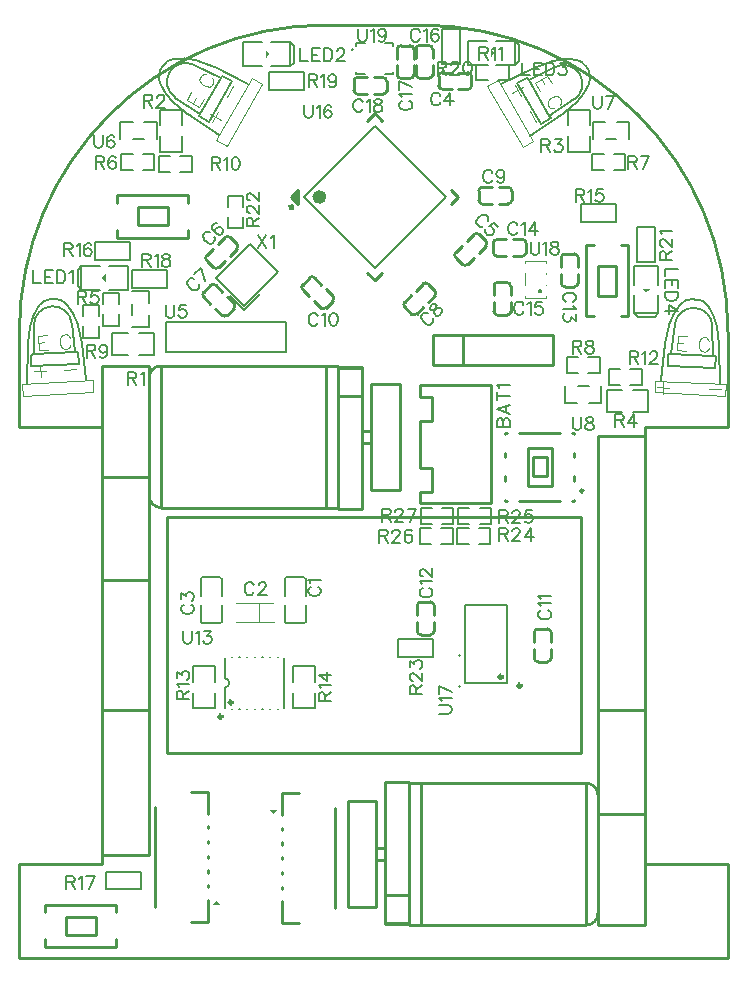
<source format=gto>
G04 Layer: TopSilkscreenLayer*
G04 EasyEDA v6.5.46, 2025-06-12 16:27:01*
G04 6984151e568f4603bee7606f082ae18e,f8d66010605f41bc84f108214e51d488,10*
G04 Gerber Generator version 0.2*
G04 Scale: 100 percent, Rotated: No, Reflected: No *
G04 Dimensions in millimeters *
G04 leading zeros omitted , absolute positions ,4 integer and 5 decimal *
%FSLAX45Y45*%
%MOMM*%

%ADD10C,0.1524*%
%ADD11C,0.1016*%
%ADD12C,0.2540*%
%ADD13C,0.1270*%
%ADD14C,0.2000*%
%ADD15C,0.2032*%
%ADD16C,0.2030*%
%ADD17C,0.1000*%
%ADD18C,0.1001*%
%ADD19C,0.0800*%
%ADD20C,0.1520*%
%ADD21C,0.6000*%
%ADD22C,0.3000*%
%ADD23C,0.1500*%
%ADD24C,0.0156*%

%LPD*%
D10*
X294558Y2229952D02*
G01*
X403778Y2229952D01*
X294558Y2229952D02*
G01*
X294558Y2276688D01*
X299892Y2292436D01*
X304972Y2297516D01*
X315386Y2302850D01*
X325800Y2302850D01*
X336214Y2297516D01*
X341294Y2292436D01*
X346628Y2276688D01*
X346628Y2229952D01*
X346628Y2266274D02*
G01*
X403778Y2302850D01*
X320720Y2342220D02*
G01*
X315386Y2342220D01*
X304972Y2347300D01*
X299892Y2352634D01*
X294558Y2363048D01*
X294558Y2383876D01*
X299892Y2394290D01*
X304972Y2399370D01*
X315386Y2404450D01*
X325800Y2404450D01*
X336214Y2399370D01*
X351708Y2388956D01*
X403778Y2337140D01*
X403778Y2409784D01*
X294558Y2454488D02*
G01*
X294558Y2511638D01*
X336214Y2480396D01*
X336214Y2495890D01*
X341294Y2506304D01*
X346628Y2511638D01*
X362122Y2516718D01*
X372536Y2516718D01*
X388284Y2511638D01*
X398444Y2501224D01*
X403778Y2485730D01*
X403778Y2469982D01*
X398444Y2454488D01*
X393364Y2449154D01*
X382950Y2444074D01*
X-2889994Y5815304D02*
G01*
X-2889994Y5706338D01*
X-2889994Y5706338D02*
G01*
X-2827764Y5706338D01*
X-2793474Y5815304D02*
G01*
X-2793474Y5706338D01*
X-2793474Y5815304D02*
G01*
X-2725910Y5815304D01*
X-2793474Y5763488D02*
G01*
X-2751818Y5763488D01*
X-2793474Y5706338D02*
G01*
X-2725910Y5706338D01*
X-2691620Y5815304D02*
G01*
X-2691620Y5706338D01*
X-2691620Y5815304D02*
G01*
X-2655044Y5815304D01*
X-2639550Y5810224D01*
X-2629136Y5799810D01*
X-2624056Y5789396D01*
X-2618722Y5773648D01*
X-2618722Y5747740D01*
X-2624056Y5732246D01*
X-2629136Y5721832D01*
X-2639550Y5711418D01*
X-2655044Y5706338D01*
X-2691620Y5706338D01*
X-2584432Y5794476D02*
G01*
X-2574018Y5799810D01*
X-2558524Y5815304D01*
X-2558524Y5706338D01*
X-629998Y7695300D02*
G01*
X-629998Y7586334D01*
X-629998Y7586334D02*
G01*
X-567768Y7586334D01*
X-533478Y7695300D02*
G01*
X-533478Y7586334D01*
X-533478Y7695300D02*
G01*
X-465914Y7695300D01*
X-533478Y7643484D02*
G01*
X-491822Y7643484D01*
X-533478Y7586334D02*
G01*
X-465914Y7586334D01*
X-431624Y7695300D02*
G01*
X-431624Y7586334D01*
X-431624Y7695300D02*
G01*
X-395048Y7695300D01*
X-379554Y7690220D01*
X-369140Y7679806D01*
X-364060Y7669392D01*
X-358726Y7653644D01*
X-358726Y7627736D01*
X-364060Y7612242D01*
X-369140Y7601828D01*
X-379554Y7591414D01*
X-395048Y7586334D01*
X-431624Y7586334D01*
X-319356Y7669392D02*
G01*
X-319356Y7674472D01*
X-314022Y7684886D01*
X-308942Y7690220D01*
X-298528Y7695300D01*
X-277700Y7695300D01*
X-267286Y7690220D01*
X-262206Y7684886D01*
X-256872Y7674472D01*
X-256872Y7664058D01*
X-262206Y7653644D01*
X-272620Y7638150D01*
X-324436Y7586334D01*
X-251792Y7586334D01*
X1249997Y7575301D02*
G01*
X1249997Y7466335D01*
X1249997Y7466335D02*
G01*
X1312227Y7466335D01*
X1346517Y7575301D02*
G01*
X1346517Y7466335D01*
X1346517Y7575301D02*
G01*
X1414081Y7575301D01*
X1346517Y7523485D02*
G01*
X1388173Y7523485D01*
X1346517Y7466335D02*
G01*
X1414081Y7466335D01*
X1448371Y7575301D02*
G01*
X1448371Y7466335D01*
X1448371Y7575301D02*
G01*
X1484947Y7575301D01*
X1500441Y7570221D01*
X1510855Y7559807D01*
X1515935Y7549393D01*
X1521269Y7533645D01*
X1521269Y7507737D01*
X1515935Y7492243D01*
X1510855Y7481829D01*
X1500441Y7471415D01*
X1484947Y7466335D01*
X1448371Y7466335D01*
X1565973Y7575301D02*
G01*
X1623123Y7575301D01*
X1591881Y7533645D01*
X1607375Y7533645D01*
X1617789Y7528565D01*
X1623123Y7523485D01*
X1628203Y7507737D01*
X1628203Y7497323D01*
X1623123Y7481829D01*
X1612709Y7471415D01*
X1596961Y7466335D01*
X1581467Y7466335D01*
X1565973Y7471415D01*
X1560639Y7476495D01*
X1555559Y7486909D01*
X2566415Y5829300D02*
G01*
X2457450Y5829300D01*
X2457450Y5829300D02*
G01*
X2457450Y5767070D01*
X2566415Y5732779D02*
G01*
X2457450Y5732779D01*
X2566415Y5732779D02*
G01*
X2566415Y5665215D01*
X2514600Y5732779D02*
G01*
X2514600Y5691123D01*
X2457450Y5732779D02*
G01*
X2457450Y5665215D01*
X2566415Y5630926D02*
G01*
X2457450Y5630926D01*
X2566415Y5630926D02*
G01*
X2566415Y5594350D01*
X2561336Y5578855D01*
X2550922Y5568442D01*
X2540508Y5563362D01*
X2524759Y5558028D01*
X2498852Y5558028D01*
X2483358Y5563362D01*
X2472943Y5568442D01*
X2462529Y5578855D01*
X2457450Y5594350D01*
X2457450Y5630926D01*
X2566415Y5471921D02*
G01*
X2493772Y5523737D01*
X2493772Y5445760D01*
X2566415Y5471921D02*
G01*
X2457450Y5471921D01*
X-2610091Y685271D02*
G01*
X-2610091Y576305D01*
X-2610091Y685271D02*
G01*
X-2563355Y685271D01*
X-2547607Y680191D01*
X-2542527Y674857D01*
X-2537193Y664443D01*
X-2537193Y654283D01*
X-2542527Y643869D01*
X-2547607Y638535D01*
X-2563355Y633455D01*
X-2610091Y633455D01*
X-2573515Y633455D02*
G01*
X-2537193Y576305D01*
X-2502903Y664443D02*
G01*
X-2492489Y669777D01*
X-2476995Y685271D01*
X-2476995Y576305D01*
X-2370061Y685271D02*
G01*
X-2421877Y576305D01*
X-2442705Y685271D02*
G01*
X-2370061Y685271D01*
X-1969996Y5955304D02*
G01*
X-1969996Y5846338D01*
X-1969996Y5955304D02*
G01*
X-1923260Y5955304D01*
X-1907766Y5950224D01*
X-1902432Y5944890D01*
X-1897352Y5934476D01*
X-1897352Y5924062D01*
X-1902432Y5913648D01*
X-1907766Y5908568D01*
X-1923260Y5903488D01*
X-1969996Y5903488D01*
X-1933674Y5903488D02*
G01*
X-1897352Y5846338D01*
X-1863062Y5934476D02*
G01*
X-1852648Y5939810D01*
X-1836900Y5955304D01*
X-1836900Y5846338D01*
X-1776702Y5955304D02*
G01*
X-1792196Y5950224D01*
X-1797530Y5939810D01*
X-1797530Y5929396D01*
X-1792196Y5918982D01*
X-1782036Y5913648D01*
X-1761208Y5908568D01*
X-1745460Y5903488D01*
X-1735046Y5893074D01*
X-1729966Y5882660D01*
X-1729966Y5866912D01*
X-1735046Y5856498D01*
X-1740380Y5851418D01*
X-1755874Y5846338D01*
X-1776702Y5846338D01*
X-1792196Y5851418D01*
X-1797530Y5856498D01*
X-1802610Y5866912D01*
X-1802610Y5882660D01*
X-1797530Y5893074D01*
X-1787116Y5903488D01*
X-1771622Y5908568D01*
X-1750794Y5913648D01*
X-1740380Y5918982D01*
X-1735046Y5929396D01*
X-1735046Y5939810D01*
X-1740380Y5950224D01*
X-1755874Y5955304D01*
X-1776702Y5955304D01*
X-559998Y7475301D02*
G01*
X-559998Y7366335D01*
X-559998Y7475301D02*
G01*
X-513262Y7475301D01*
X-497768Y7470221D01*
X-492434Y7464887D01*
X-487354Y7454473D01*
X-487354Y7444059D01*
X-492434Y7433645D01*
X-497768Y7428565D01*
X-513262Y7423485D01*
X-559998Y7423485D01*
X-523676Y7423485D02*
G01*
X-487354Y7366335D01*
X-453064Y7454473D02*
G01*
X-442650Y7459807D01*
X-426902Y7475301D01*
X-426902Y7366335D01*
X-325048Y7438979D02*
G01*
X-330382Y7423485D01*
X-340796Y7413071D01*
X-356290Y7407737D01*
X-361624Y7407737D01*
X-377118Y7413071D01*
X-387532Y7423485D01*
X-392612Y7438979D01*
X-392612Y7444059D01*
X-387532Y7459807D01*
X-377118Y7470221D01*
X-361624Y7475301D01*
X-356290Y7475301D01*
X-340796Y7470221D01*
X-330382Y7459807D01*
X-325048Y7438979D01*
X-325048Y7413071D01*
X-330382Y7386909D01*
X-340796Y7371415D01*
X-356290Y7366335D01*
X-366704Y7366335D01*
X-382198Y7371415D01*
X-387532Y7381829D01*
X533400Y7582915D02*
G01*
X533400Y7473950D01*
X533400Y7582915D02*
G01*
X580136Y7582915D01*
X595629Y7577836D01*
X600963Y7572502D01*
X606044Y7562087D01*
X606044Y7551673D01*
X600963Y7541260D01*
X595629Y7536179D01*
X580136Y7531100D01*
X533400Y7531100D01*
X569721Y7531100D02*
G01*
X606044Y7473950D01*
X645668Y7557008D02*
G01*
X645668Y7562087D01*
X650747Y7572502D01*
X656081Y7577836D01*
X666495Y7582915D01*
X687070Y7582915D01*
X697484Y7577836D01*
X702818Y7572502D01*
X707897Y7562087D01*
X707897Y7551673D01*
X702818Y7541260D01*
X692404Y7525765D01*
X640334Y7473950D01*
X713231Y7473950D01*
X778510Y7582915D02*
G01*
X763015Y7577836D01*
X752602Y7562087D01*
X747521Y7536179D01*
X747521Y7520686D01*
X752602Y7494523D01*
X763015Y7479029D01*
X778510Y7473950D01*
X788923Y7473950D01*
X804671Y7479029D01*
X815086Y7494523D01*
X820165Y7520686D01*
X820165Y7536179D01*
X815086Y7562087D01*
X804671Y7577836D01*
X788923Y7582915D01*
X778510Y7582915D01*
X2411984Y5905500D02*
G01*
X2520950Y5905500D01*
X2411984Y5905500D02*
G01*
X2411984Y5952236D01*
X2417063Y5967729D01*
X2422397Y5973063D01*
X2432811Y5978144D01*
X2443225Y5978144D01*
X2453640Y5973063D01*
X2458720Y5967729D01*
X2463800Y5952236D01*
X2463800Y5905500D01*
X2463800Y5941821D02*
G01*
X2520950Y5978144D01*
X2437891Y6017768D02*
G01*
X2432811Y6017768D01*
X2422397Y6022847D01*
X2417063Y6028181D01*
X2411984Y6038595D01*
X2411984Y6059170D01*
X2417063Y6069584D01*
X2422397Y6074918D01*
X2432811Y6079997D01*
X2443225Y6079997D01*
X2453640Y6074918D01*
X2469134Y6064504D01*
X2520950Y6012434D01*
X2520950Y6085331D01*
X2432811Y6119621D02*
G01*
X2427477Y6130036D01*
X2411984Y6145529D01*
X2520950Y6145529D01*
X-1085212Y6189911D02*
G01*
X-976246Y6189911D01*
X-1085212Y6189911D02*
G01*
X-1085212Y6236647D01*
X-1080132Y6252395D01*
X-1075052Y6257475D01*
X-1064638Y6262809D01*
X-1054224Y6262809D01*
X-1043810Y6257475D01*
X-1038476Y6252395D01*
X-1033396Y6236647D01*
X-1033396Y6189911D01*
X-1033396Y6226233D02*
G01*
X-976246Y6262809D01*
X-1059304Y6302179D02*
G01*
X-1064638Y6302179D01*
X-1075052Y6307513D01*
X-1080132Y6312593D01*
X-1085212Y6323007D01*
X-1085212Y6343835D01*
X-1080132Y6354249D01*
X-1075052Y6359329D01*
X-1064638Y6364663D01*
X-1054224Y6364663D01*
X-1043810Y6359329D01*
X-1028062Y6348915D01*
X-976246Y6297099D01*
X-976246Y6369743D01*
X-1059304Y6409113D02*
G01*
X-1064638Y6409113D01*
X-1075052Y6414447D01*
X-1080132Y6419527D01*
X-1085212Y6429941D01*
X-1085212Y6450769D01*
X-1080132Y6461183D01*
X-1075052Y6466263D01*
X-1064638Y6471597D01*
X-1054224Y6471597D01*
X-1043810Y6466263D01*
X-1028062Y6456103D01*
X-976246Y6404033D01*
X-976246Y6476677D01*
X1054100Y3633215D02*
G01*
X1054100Y3524250D01*
X1054100Y3633215D02*
G01*
X1100836Y3633215D01*
X1116329Y3628136D01*
X1121663Y3622802D01*
X1126744Y3612387D01*
X1126744Y3601973D01*
X1121663Y3591560D01*
X1116329Y3586479D01*
X1100836Y3581400D01*
X1054100Y3581400D01*
X1090421Y3581400D02*
G01*
X1126744Y3524250D01*
X1166368Y3607307D02*
G01*
X1166368Y3612387D01*
X1171447Y3622802D01*
X1176781Y3628136D01*
X1187195Y3633215D01*
X1207770Y3633215D01*
X1218184Y3628136D01*
X1223518Y3622802D01*
X1228597Y3612387D01*
X1228597Y3601973D01*
X1223518Y3591560D01*
X1213104Y3576065D01*
X1161034Y3524250D01*
X1233931Y3524250D01*
X1320037Y3633215D02*
G01*
X1268221Y3560571D01*
X1346200Y3560571D01*
X1320037Y3633215D02*
G01*
X1320037Y3524250D01*
X1054100Y3785615D02*
G01*
X1054100Y3676650D01*
X1054100Y3785615D02*
G01*
X1100836Y3785615D01*
X1116329Y3780536D01*
X1121663Y3775202D01*
X1126744Y3764787D01*
X1126744Y3754373D01*
X1121663Y3743960D01*
X1116329Y3738879D01*
X1100836Y3733800D01*
X1054100Y3733800D01*
X1090421Y3733800D02*
G01*
X1126744Y3676650D01*
X1166368Y3759707D02*
G01*
X1166368Y3764787D01*
X1171447Y3775202D01*
X1176781Y3780536D01*
X1187195Y3785615D01*
X1207770Y3785615D01*
X1218184Y3780536D01*
X1223518Y3775202D01*
X1228597Y3764787D01*
X1228597Y3754373D01*
X1223518Y3743960D01*
X1213104Y3728465D01*
X1161034Y3676650D01*
X1233931Y3676650D01*
X1330452Y3785615D02*
G01*
X1278636Y3785615D01*
X1273302Y3738879D01*
X1278636Y3743960D01*
X1294129Y3749294D01*
X1309623Y3749294D01*
X1325371Y3743960D01*
X1335786Y3733800D01*
X1340865Y3718052D01*
X1340865Y3707637D01*
X1335786Y3692144D01*
X1325371Y3681729D01*
X1309623Y3676650D01*
X1294129Y3676650D01*
X1278636Y3681729D01*
X1273302Y3686810D01*
X1268221Y3697223D01*
X38100Y3620515D02*
G01*
X38100Y3511550D01*
X38100Y3620515D02*
G01*
X84836Y3620515D01*
X100329Y3615436D01*
X105663Y3610102D01*
X110744Y3599687D01*
X110744Y3589273D01*
X105663Y3578860D01*
X100329Y3573779D01*
X84836Y3568700D01*
X38100Y3568700D01*
X74421Y3568700D02*
G01*
X110744Y3511550D01*
X150368Y3594607D02*
G01*
X150368Y3599687D01*
X155447Y3610102D01*
X160781Y3615436D01*
X171195Y3620515D01*
X191770Y3620515D01*
X202184Y3615436D01*
X207518Y3610102D01*
X212597Y3599687D01*
X212597Y3589273D01*
X207518Y3578860D01*
X197104Y3563365D01*
X145034Y3511550D01*
X217931Y3511550D01*
X314452Y3605021D02*
G01*
X309371Y3615436D01*
X293623Y3620515D01*
X283210Y3620515D01*
X267715Y3615436D01*
X257302Y3599687D01*
X252221Y3573779D01*
X252221Y3547871D01*
X257302Y3527044D01*
X267715Y3516629D01*
X283210Y3511550D01*
X288544Y3511550D01*
X304037Y3516629D01*
X314452Y3527044D01*
X319786Y3542537D01*
X319786Y3547871D01*
X314452Y3563365D01*
X304037Y3573779D01*
X288544Y3578860D01*
X283210Y3578860D01*
X267715Y3573779D01*
X257302Y3563365D01*
X252221Y3547871D01*
X63500Y3798315D02*
G01*
X63500Y3689350D01*
X63500Y3798315D02*
G01*
X110236Y3798315D01*
X125729Y3793236D01*
X131063Y3787902D01*
X136144Y3777487D01*
X136144Y3767073D01*
X131063Y3756660D01*
X125729Y3751579D01*
X110236Y3746500D01*
X63500Y3746500D01*
X99821Y3746500D02*
G01*
X136144Y3689350D01*
X175768Y3772407D02*
G01*
X175768Y3777487D01*
X180847Y3787902D01*
X186181Y3793236D01*
X196595Y3798315D01*
X217170Y3798315D01*
X227584Y3793236D01*
X232918Y3787902D01*
X237997Y3777487D01*
X237997Y3767073D01*
X232918Y3756660D01*
X222504Y3741165D01*
X170434Y3689350D01*
X243331Y3689350D01*
X350265Y3798315D02*
G01*
X298450Y3689350D01*
X277621Y3798315D02*
G01*
X350265Y3798315D01*
X-989352Y6111651D02*
G01*
X-916708Y6002685D01*
X-916708Y6111651D02*
G01*
X-989352Y6002685D01*
X-882418Y6090823D02*
G01*
X-872004Y6096157D01*
X-856256Y6111651D01*
X-856256Y6002685D01*
X554875Y7295278D02*
G01*
X549541Y7305692D01*
X539127Y7316106D01*
X528967Y7321186D01*
X508139Y7321186D01*
X497725Y7316106D01*
X487311Y7305692D01*
X481977Y7295278D01*
X476897Y7279530D01*
X476897Y7253622D01*
X481977Y7238128D01*
X487311Y7227714D01*
X497725Y7217300D01*
X508139Y7212220D01*
X528967Y7212220D01*
X539127Y7217300D01*
X549541Y7227714D01*
X554875Y7238128D01*
X640981Y7321186D02*
G01*
X589165Y7248542D01*
X667143Y7248542D01*
X640981Y7321186D02*
G01*
X640981Y7212220D01*
X956571Y6231082D02*
G01*
X960163Y6242217D01*
X960163Y6256944D01*
X956571Y6267721D01*
X941842Y6282448D01*
X930887Y6286220D01*
X916160Y6286220D01*
X905024Y6282629D01*
X890295Y6275085D01*
X871976Y6256764D01*
X864613Y6242217D01*
X861021Y6231082D01*
X861021Y6216352D01*
X864791Y6205397D01*
X879520Y6190670D01*
X890295Y6187076D01*
X905024Y6187076D01*
X916160Y6190670D01*
X1043139Y6181150D02*
G01*
X1006500Y6217790D01*
X969680Y6188514D01*
X977046Y6188334D01*
X991773Y6181150D01*
X1002728Y6170195D01*
X1010091Y6155288D01*
X1010272Y6140739D01*
X1002728Y6126012D01*
X995365Y6118649D01*
X980818Y6111285D01*
X966088Y6111285D01*
X951362Y6118826D01*
X940407Y6129784D01*
X933043Y6144331D01*
X932863Y6151694D01*
X936635Y6162652D01*
X-1398079Y6138346D02*
G01*
X-1409214Y6141940D01*
X-1423941Y6141940D01*
X-1434719Y6138346D01*
X-1449445Y6123619D01*
X-1453217Y6112664D01*
X-1453217Y6097935D01*
X-1449626Y6086800D01*
X-1442082Y6072073D01*
X-1423763Y6053754D01*
X-1409214Y6046388D01*
X-1398079Y6042797D01*
X-1383352Y6042797D01*
X-1372395Y6046569D01*
X-1357668Y6061295D01*
X-1354076Y6072073D01*
X-1354076Y6086800D01*
X-1357668Y6097935D01*
X-1337193Y6213962D02*
G01*
X-1348148Y6217732D01*
X-1362877Y6210190D01*
X-1370060Y6203005D01*
X-1377604Y6188278D01*
X-1373832Y6169779D01*
X-1359105Y6147866D01*
X-1340784Y6129548D01*
X-1322466Y6118410D01*
X-1307739Y6118410D01*
X-1293009Y6125954D01*
X-1289418Y6129548D01*
X-1282054Y6144094D01*
X-1282054Y6158821D01*
X-1289237Y6173551D01*
X-1293009Y6177323D01*
X-1307739Y6184506D01*
X-1322466Y6184506D01*
X-1337012Y6177142D01*
X-1340606Y6173551D01*
X-1348148Y6158821D01*
X-1348148Y6144094D01*
X-1340784Y6129548D01*
X-1532082Y5744458D02*
G01*
X-1543217Y5748050D01*
X-1557944Y5748050D01*
X-1568721Y5744458D01*
X-1583448Y5729731D01*
X-1587220Y5718774D01*
X-1587220Y5704047D01*
X-1583629Y5692912D01*
X-1576085Y5678185D01*
X-1557766Y5659864D01*
X-1543217Y5652500D01*
X-1532082Y5648909D01*
X-1517355Y5648909D01*
X-1506397Y5652681D01*
X-1491670Y5667408D01*
X-1488079Y5678185D01*
X-1488079Y5692912D01*
X-1491670Y5704047D01*
X-1474787Y5838393D02*
G01*
X-1434376Y5724702D01*
X-1526156Y5787024D02*
G01*
X-1474787Y5838393D01*
X449127Y5452369D02*
G01*
X437992Y5455960D01*
X423263Y5455960D01*
X412488Y5452369D01*
X397758Y5437639D01*
X393987Y5426684D01*
X393987Y5411957D01*
X397581Y5400822D01*
X405122Y5386092D01*
X423443Y5367774D01*
X437992Y5360410D01*
X449127Y5356816D01*
X463854Y5356816D01*
X474809Y5360588D01*
X489539Y5375318D01*
X493130Y5386092D01*
X493130Y5400822D01*
X489539Y5411957D01*
X473374Y5513252D02*
G01*
X466008Y5498706D01*
X469602Y5487570D01*
X476966Y5480207D01*
X488101Y5476613D01*
X499237Y5480207D01*
X517377Y5491162D01*
X532104Y5498706D01*
X546831Y5498706D01*
X557789Y5494934D01*
X568924Y5483799D01*
X572696Y5472844D01*
X572515Y5465478D01*
X565152Y5450931D01*
X550423Y5436204D01*
X535876Y5428838D01*
X528513Y5428660D01*
X517555Y5432432D01*
X506420Y5443567D01*
X502648Y5454522D01*
X502648Y5469249D01*
X510192Y5483979D01*
X521149Y5502117D01*
X524741Y5513252D01*
X521149Y5524390D01*
X513783Y5531754D01*
X502648Y5535345D01*
X488101Y5527982D01*
X473374Y5513252D01*
X996375Y6640995D02*
G01*
X991041Y6651409D01*
X980627Y6661823D01*
X970467Y6666903D01*
X949639Y6666903D01*
X939225Y6661823D01*
X928811Y6651409D01*
X923477Y6640995D01*
X918397Y6625247D01*
X918397Y6599339D01*
X923477Y6583845D01*
X928811Y6573431D01*
X939225Y6563017D01*
X949639Y6557937D01*
X970467Y6557937D01*
X980627Y6563017D01*
X991041Y6573431D01*
X996375Y6583845D01*
X1098229Y6630581D02*
G01*
X1092895Y6615087D01*
X1082481Y6604673D01*
X1066987Y6599339D01*
X1061907Y6599339D01*
X1046159Y6604673D01*
X1035745Y6615087D01*
X1030665Y6630581D01*
X1030665Y6635661D01*
X1035745Y6651409D01*
X1046159Y6661823D01*
X1061907Y6666903D01*
X1066987Y6666903D01*
X1082481Y6661823D01*
X1092895Y6651409D01*
X1098229Y6630581D01*
X1098229Y6604673D01*
X1092895Y6578511D01*
X1082481Y6563017D01*
X1066987Y6557937D01*
X1056573Y6557937D01*
X1041079Y6563017D01*
X1035745Y6573431D01*
X-482010Y5429410D02*
G01*
X-487344Y5439824D01*
X-497758Y5450238D01*
X-507918Y5455318D01*
X-528746Y5455318D01*
X-539160Y5450238D01*
X-549574Y5439824D01*
X-554908Y5429410D01*
X-559988Y5413662D01*
X-559988Y5387754D01*
X-554908Y5372260D01*
X-549574Y5361846D01*
X-539160Y5351432D01*
X-528746Y5346352D01*
X-507918Y5346352D01*
X-497758Y5351432D01*
X-487344Y5361846D01*
X-482010Y5372260D01*
X-447720Y5434490D02*
G01*
X-437306Y5439824D01*
X-421812Y5455318D01*
X-421812Y5346352D01*
X-356280Y5455318D02*
G01*
X-372028Y5450238D01*
X-382188Y5434490D01*
X-387522Y5408582D01*
X-387522Y5393088D01*
X-382188Y5366926D01*
X-372028Y5351432D01*
X-356280Y5346352D01*
X-345866Y5346352D01*
X-330372Y5351432D01*
X-319958Y5366926D01*
X-314878Y5393088D01*
X-314878Y5408582D01*
X-319958Y5434490D01*
X-330372Y5450238D01*
X-345866Y5455318D01*
X-356280Y5455318D01*
X1410588Y2937972D02*
G01*
X1400175Y2932638D01*
X1389761Y2922224D01*
X1384680Y2912064D01*
X1384680Y2891236D01*
X1389761Y2880822D01*
X1400175Y2870408D01*
X1410588Y2865074D01*
X1426337Y2859994D01*
X1452245Y2859994D01*
X1467738Y2865074D01*
X1478153Y2870408D01*
X1488567Y2880822D01*
X1493646Y2891236D01*
X1493646Y2912064D01*
X1488567Y2922224D01*
X1478153Y2932638D01*
X1467738Y2937972D01*
X1405509Y2972262D02*
G01*
X1400175Y2982676D01*
X1384680Y2998170D01*
X1493646Y2998170D01*
X1405509Y3032460D02*
G01*
X1400175Y3042874D01*
X1384680Y3058368D01*
X1493646Y3058368D01*
X405892Y3125851D02*
G01*
X395478Y3120770D01*
X385063Y3110356D01*
X379984Y3099943D01*
X379984Y3079114D01*
X385063Y3068701D01*
X395478Y3058287D01*
X405892Y3053206D01*
X421639Y3048127D01*
X447547Y3048127D01*
X463042Y3053206D01*
X473455Y3058287D01*
X483870Y3068701D01*
X488950Y3079114D01*
X488950Y3099943D01*
X483870Y3110356D01*
X473455Y3120770D01*
X463042Y3125851D01*
X400812Y3160140D02*
G01*
X395478Y3170554D01*
X379984Y3186303D01*
X488950Y3186303D01*
X405892Y3225672D02*
G01*
X400812Y3225672D01*
X390397Y3231006D01*
X385063Y3236087D01*
X379984Y3246501D01*
X379984Y3267329D01*
X385063Y3277743D01*
X390397Y3282822D01*
X400812Y3288156D01*
X411226Y3288156D01*
X421639Y3282822D01*
X437134Y3272409D01*
X488950Y3220593D01*
X488950Y3293237D01*
X1676958Y5548121D02*
G01*
X1687372Y5553455D01*
X1697532Y5563870D01*
X1702866Y5574029D01*
X1702866Y5594857D01*
X1697532Y5605271D01*
X1687372Y5615686D01*
X1676958Y5621020D01*
X1661210Y5626100D01*
X1635302Y5626100D01*
X1619808Y5621020D01*
X1609394Y5615686D01*
X1598980Y5605271D01*
X1593646Y5594857D01*
X1593646Y5574029D01*
X1598980Y5563870D01*
X1609394Y5553455D01*
X1619808Y5548121D01*
X1682038Y5513831D02*
G01*
X1687372Y5503418D01*
X1702866Y5487923D01*
X1593646Y5487923D01*
X1702866Y5443220D02*
G01*
X1702866Y5386070D01*
X1661210Y5417312D01*
X1661210Y5401563D01*
X1656130Y5391150D01*
X1650796Y5386070D01*
X1635302Y5380989D01*
X1624888Y5380989D01*
X1609394Y5386070D01*
X1598980Y5396484D01*
X1593646Y5411978D01*
X1593646Y5427726D01*
X1598980Y5443220D01*
X1604060Y5448300D01*
X1614474Y5453634D01*
X1208278Y6198107D02*
G01*
X1202944Y6208521D01*
X1192529Y6218936D01*
X1182370Y6224015D01*
X1161542Y6224015D01*
X1151128Y6218936D01*
X1140713Y6208521D01*
X1135379Y6198107D01*
X1130300Y6182360D01*
X1130300Y6156452D01*
X1135379Y6140957D01*
X1140713Y6130544D01*
X1151128Y6120129D01*
X1161542Y6115050D01*
X1182370Y6115050D01*
X1192529Y6120129D01*
X1202944Y6130544D01*
X1208278Y6140957D01*
X1242568Y6203187D02*
G01*
X1252981Y6208521D01*
X1268476Y6224015D01*
X1268476Y6115050D01*
X1354836Y6224015D02*
G01*
X1302765Y6151371D01*
X1380744Y6151371D01*
X1354836Y6224015D02*
G01*
X1354836Y6115050D01*
X1259078Y5525007D02*
G01*
X1253744Y5535421D01*
X1243329Y5545836D01*
X1233170Y5550915D01*
X1212342Y5550915D01*
X1201928Y5545836D01*
X1191513Y5535421D01*
X1186179Y5525007D01*
X1181100Y5509260D01*
X1181100Y5483352D01*
X1186179Y5467857D01*
X1191513Y5457444D01*
X1201928Y5447029D01*
X1212342Y5441950D01*
X1233170Y5441950D01*
X1243329Y5447029D01*
X1253744Y5457444D01*
X1259078Y5467857D01*
X1293368Y5530087D02*
G01*
X1303781Y5535421D01*
X1319276Y5550915D01*
X1319276Y5441950D01*
X1416050Y5550915D02*
G01*
X1363979Y5550915D01*
X1358900Y5504179D01*
X1363979Y5509260D01*
X1379473Y5514594D01*
X1395221Y5514594D01*
X1410715Y5509260D01*
X1421129Y5499100D01*
X1426210Y5483352D01*
X1426210Y5472937D01*
X1421129Y5457444D01*
X1410715Y5447029D01*
X1395221Y5441950D01*
X1379473Y5441950D01*
X1363979Y5447029D01*
X1358900Y5452110D01*
X1353565Y5462523D01*
X382765Y7836415D02*
G01*
X377431Y7846829D01*
X367271Y7857243D01*
X356857Y7862323D01*
X336029Y7862323D01*
X325615Y7857243D01*
X315201Y7846829D01*
X310121Y7836415D01*
X304787Y7820667D01*
X304787Y7794759D01*
X310121Y7779265D01*
X315201Y7768851D01*
X325615Y7758437D01*
X336029Y7753357D01*
X356857Y7753357D01*
X367271Y7758437D01*
X377431Y7768851D01*
X382765Y7779265D01*
X417055Y7841495D02*
G01*
X427469Y7846829D01*
X442963Y7862323D01*
X442963Y7753357D01*
X539737Y7846829D02*
G01*
X534403Y7857243D01*
X518909Y7862323D01*
X508495Y7862323D01*
X493001Y7857243D01*
X482587Y7841495D01*
X477253Y7815587D01*
X477253Y7789679D01*
X482587Y7768851D01*
X493001Y7758437D01*
X508495Y7753357D01*
X513575Y7753357D01*
X529323Y7758437D01*
X539737Y7768851D01*
X544817Y7784345D01*
X544817Y7789679D01*
X539737Y7805173D01*
X529323Y7815587D01*
X513575Y7820667D01*
X508495Y7820667D01*
X493001Y7815587D01*
X482587Y7805173D01*
X477253Y7789679D01*
X234083Y7251550D02*
G01*
X223669Y7246216D01*
X213255Y7236056D01*
X208175Y7225642D01*
X208175Y7204814D01*
X213255Y7194400D01*
X223669Y7183986D01*
X234083Y7178906D01*
X249831Y7173572D01*
X275739Y7173572D01*
X291233Y7178906D01*
X301647Y7183986D01*
X312061Y7194400D01*
X317141Y7204814D01*
X317141Y7225642D01*
X312061Y7236056D01*
X301647Y7246216D01*
X291233Y7251550D01*
X229003Y7285840D02*
G01*
X223669Y7296254D01*
X208175Y7311748D01*
X317141Y7311748D01*
X208175Y7418936D02*
G01*
X317141Y7366866D01*
X208175Y7346038D02*
G01*
X208175Y7418936D01*
X-102021Y7239393D02*
G01*
X-107355Y7249807D01*
X-117769Y7260221D01*
X-127929Y7265301D01*
X-148757Y7265301D01*
X-159171Y7260221D01*
X-169585Y7249807D01*
X-174919Y7239393D01*
X-179999Y7223645D01*
X-179999Y7197737D01*
X-174919Y7182243D01*
X-169585Y7171829D01*
X-159171Y7161415D01*
X-148757Y7156335D01*
X-127929Y7156335D01*
X-117769Y7161415D01*
X-107355Y7171829D01*
X-102021Y7182243D01*
X-67731Y7244473D02*
G01*
X-57317Y7249807D01*
X-41823Y7265301D01*
X-41823Y7156335D01*
X18374Y7265301D02*
G01*
X2880Y7260221D01*
X-2199Y7249807D01*
X-2199Y7239393D01*
X2880Y7228979D01*
X13294Y7223645D01*
X34122Y7218565D01*
X49616Y7213485D01*
X60030Y7203071D01*
X65110Y7192657D01*
X65110Y7176909D01*
X60030Y7166495D01*
X54950Y7161415D01*
X39202Y7156335D01*
X18374Y7156335D01*
X2880Y7161415D01*
X-2199Y7166495D01*
X-7533Y7176909D01*
X-7533Y7192657D01*
X-2199Y7203071D01*
X7960Y7213485D01*
X23708Y7218565D01*
X44536Y7223645D01*
X54950Y7228979D01*
X60030Y7239393D01*
X60030Y7249807D01*
X54950Y7260221D01*
X39202Y7265301D01*
X18374Y7265301D01*
X-596976Y7214577D02*
G01*
X-596976Y7136599D01*
X-591642Y7121105D01*
X-581228Y7110691D01*
X-565734Y7105611D01*
X-555320Y7105611D01*
X-539826Y7110691D01*
X-529412Y7121105D01*
X-524078Y7136599D01*
X-524078Y7214577D01*
X-489788Y7193749D02*
G01*
X-479374Y7199083D01*
X-463880Y7214577D01*
X-463880Y7105611D01*
X-367360Y7199083D02*
G01*
X-372440Y7209497D01*
X-387934Y7214577D01*
X-398348Y7214577D01*
X-414096Y7209497D01*
X-424510Y7193749D01*
X-429590Y7167841D01*
X-429590Y7141933D01*
X-424510Y7121105D01*
X-414096Y7110691D01*
X-398348Y7105611D01*
X-393268Y7105611D01*
X-377774Y7110691D01*
X-367360Y7121105D01*
X-362026Y7136599D01*
X-362026Y7141933D01*
X-367360Y7157427D01*
X-377774Y7167841D01*
X-393268Y7173175D01*
X-398348Y7173175D01*
X-414096Y7167841D01*
X-424510Y7157427D01*
X-429590Y7141933D01*
X544682Y2059995D02*
G01*
X622660Y2059995D01*
X638154Y2065075D01*
X648568Y2075489D01*
X653648Y2091237D01*
X653648Y2101651D01*
X648568Y2117145D01*
X638154Y2127559D01*
X622660Y2132639D01*
X544682Y2132639D01*
X565510Y2166929D02*
G01*
X560176Y2177343D01*
X544682Y2193091D01*
X653648Y2193091D01*
X544682Y2300025D02*
G01*
X653648Y2247955D01*
X544682Y2227381D02*
G01*
X544682Y2300025D01*
X1320774Y6058915D02*
G01*
X1320774Y5980937D01*
X1326108Y5965444D01*
X1336268Y5955029D01*
X1352016Y5949950D01*
X1362430Y5949950D01*
X1377924Y5955029D01*
X1388338Y5965444D01*
X1393418Y5980937D01*
X1393418Y6058915D01*
X1427708Y6038087D02*
G01*
X1438122Y6043421D01*
X1453870Y6058915D01*
X1453870Y5949950D01*
X1514068Y6058915D02*
G01*
X1498574Y6053836D01*
X1493240Y6043421D01*
X1493240Y6033007D01*
X1498574Y6022594D01*
X1508988Y6017260D01*
X1529562Y6012179D01*
X1545310Y6007100D01*
X1555724Y5996686D01*
X1560804Y5986271D01*
X1560804Y5970523D01*
X1555724Y5960110D01*
X1550390Y5955029D01*
X1534896Y5949950D01*
X1514068Y5949950D01*
X1498574Y5955029D01*
X1493240Y5960110D01*
X1488160Y5970523D01*
X1488160Y5986271D01*
X1493240Y5996686D01*
X1503654Y6007100D01*
X1519148Y6012179D01*
X1539976Y6017260D01*
X1550390Y6022594D01*
X1555724Y6033007D01*
X1555724Y6043421D01*
X1550390Y6053836D01*
X1534896Y6058915D01*
X1514068Y6058915D01*
X-139725Y7862315D02*
G01*
X-139725Y7784337D01*
X-134391Y7768844D01*
X-124231Y7758429D01*
X-108483Y7753350D01*
X-98069Y7753350D01*
X-82575Y7758429D01*
X-72161Y7768844D01*
X-67078Y7784337D01*
X-67081Y7862318D01*
X-32791Y7841487D02*
G01*
X-22377Y7846821D01*
X-6629Y7862315D01*
X-6629Y7753350D01*
X95224Y7825994D02*
G01*
X89890Y7810500D01*
X79479Y7800086D01*
X63982Y7794752D01*
X58646Y7794752D01*
X43154Y7800086D01*
X32740Y7810500D01*
X27660Y7825994D01*
X27660Y7831073D01*
X32740Y7846821D01*
X43154Y7857236D01*
X58646Y7862315D01*
X63982Y7862315D01*
X79479Y7857236D01*
X89890Y7846821D01*
X95224Y7825994D01*
X95224Y7800086D01*
X89890Y7773923D01*
X79476Y7758429D01*
X63982Y7753350D01*
X53568Y7753350D01*
X38074Y7758429D01*
X32738Y7768844D01*
D11*
X-1248608Y7287882D02*
G01*
X-1196665Y7377849D01*
X-1394653Y7139061D02*
G01*
X-1304686Y7087118D01*
X-1375595Y7067933D02*
G01*
X-1323652Y7157900D01*
D10*
X-539432Y3137971D02*
G01*
X-549846Y3132637D01*
X-560260Y3122223D01*
X-565340Y3112063D01*
X-565340Y3091235D01*
X-560260Y3080821D01*
X-549846Y3070407D01*
X-539432Y3065073D01*
X-523684Y3059993D01*
X-497776Y3059993D01*
X-482282Y3065073D01*
X-471868Y3070407D01*
X-461454Y3080821D01*
X-456120Y3091235D01*
X-456120Y3112063D01*
X-461454Y3122223D01*
X-471868Y3132637D01*
X-482282Y3137971D01*
X-544512Y3172261D02*
G01*
X-549846Y3182675D01*
X-565340Y3198169D01*
X-456120Y3198169D01*
X-1022146Y3149401D02*
G01*
X-1027226Y3159815D01*
X-1037640Y3170229D01*
X-1048054Y3175309D01*
X-1068882Y3175309D01*
X-1079296Y3170229D01*
X-1089710Y3159815D01*
X-1094790Y3149401D01*
X-1099870Y3133653D01*
X-1099870Y3107745D01*
X-1094790Y3092251D01*
X-1089710Y3081837D01*
X-1079296Y3071423D01*
X-1068882Y3066343D01*
X-1048054Y3066343D01*
X-1037640Y3071423D01*
X-1027226Y3081837D01*
X-1022146Y3092251D01*
X-982522Y3149401D02*
G01*
X-982522Y3154481D01*
X-977442Y3164895D01*
X-972108Y3170229D01*
X-961694Y3175309D01*
X-941120Y3175309D01*
X-930706Y3170229D01*
X-925372Y3164895D01*
X-920292Y3154481D01*
X-920292Y3144067D01*
X-925372Y3133653D01*
X-935786Y3118159D01*
X-987856Y3066343D01*
X-914958Y3066343D01*
X-1613433Y2986278D02*
G01*
X-1623847Y2980944D01*
X-1634261Y2970529D01*
X-1639341Y2960370D01*
X-1639341Y2939542D01*
X-1634261Y2929128D01*
X-1623847Y2918713D01*
X-1613433Y2913379D01*
X-1597685Y2908300D01*
X-1571777Y2908300D01*
X-1556283Y2913379D01*
X-1545869Y2918713D01*
X-1535455Y2929128D01*
X-1530121Y2939542D01*
X-1530121Y2960370D01*
X-1535455Y2970529D01*
X-1545869Y2980944D01*
X-1556283Y2986278D01*
X-1639341Y3030981D02*
G01*
X-1639341Y3088131D01*
X-1597685Y3056889D01*
X-1597685Y3072384D01*
X-1592605Y3082797D01*
X-1587271Y3088131D01*
X-1571777Y3093212D01*
X-1561363Y3093212D01*
X-1545869Y3088131D01*
X-1535455Y3077718D01*
X-1530121Y3061970D01*
X-1530121Y3046476D01*
X-1535455Y3030981D01*
X-1540535Y3025647D01*
X-1550949Y3020568D01*
X-2089995Y4955306D02*
G01*
X-2089995Y4846340D01*
X-2089995Y4955306D02*
G01*
X-2043259Y4955306D01*
X-2027765Y4950226D01*
X-2022431Y4944892D01*
X-2017351Y4934478D01*
X-2017351Y4924064D01*
X-2022431Y4913650D01*
X-2027765Y4908570D01*
X-2043259Y4903490D01*
X-2089995Y4903490D01*
X-2053673Y4903490D02*
G01*
X-2017351Y4846340D01*
X-1983061Y4934478D02*
G01*
X-1972647Y4939812D01*
X-1956899Y4955306D01*
X-1956899Y4846340D01*
X-1955800Y7303515D02*
G01*
X-1955800Y7194550D01*
X-1955800Y7303515D02*
G01*
X-1909063Y7303515D01*
X-1893570Y7298436D01*
X-1888236Y7293102D01*
X-1883155Y7282687D01*
X-1883155Y7272273D01*
X-1888236Y7261860D01*
X-1893570Y7256779D01*
X-1909063Y7251700D01*
X-1955800Y7251700D01*
X-1919478Y7251700D02*
G01*
X-1883155Y7194550D01*
X-1843531Y7277608D02*
G01*
X-1843531Y7282687D01*
X-1838452Y7293102D01*
X-1833118Y7298436D01*
X-1822704Y7303515D01*
X-1802129Y7303515D01*
X-1791715Y7298436D01*
X-1786381Y7293102D01*
X-1781302Y7282687D01*
X-1781302Y7272273D01*
X-1786381Y7261860D01*
X-1796795Y7246365D01*
X-1848865Y7194550D01*
X-1775968Y7194550D01*
X1409997Y6925302D02*
G01*
X1409997Y6816336D01*
X1409997Y6925302D02*
G01*
X1456733Y6925302D01*
X1472227Y6920222D01*
X1477561Y6914888D01*
X1482641Y6904474D01*
X1482641Y6894060D01*
X1477561Y6883646D01*
X1472227Y6878566D01*
X1456733Y6873486D01*
X1409997Y6873486D01*
X1446319Y6873486D02*
G01*
X1482641Y6816336D01*
X1527345Y6925302D02*
G01*
X1584495Y6925302D01*
X1553507Y6883646D01*
X1569001Y6883646D01*
X1579415Y6878566D01*
X1584495Y6873486D01*
X1589829Y6857738D01*
X1589829Y6847324D01*
X1584495Y6831830D01*
X1574081Y6821416D01*
X1558587Y6816336D01*
X1543093Y6816336D01*
X1527345Y6821416D01*
X1522265Y6826496D01*
X1516931Y6836910D01*
X2038395Y4596706D02*
G01*
X2038395Y4487740D01*
X2038395Y4596706D02*
G01*
X2085131Y4596706D01*
X2100625Y4591626D01*
X2105959Y4586292D01*
X2111039Y4575878D01*
X2111039Y4565464D01*
X2105959Y4555050D01*
X2100625Y4549970D01*
X2085131Y4544890D01*
X2038395Y4544890D01*
X2074717Y4544890D02*
G01*
X2111039Y4487740D01*
X2197399Y4596706D02*
G01*
X2145329Y4524062D01*
X2223307Y4524062D01*
X2197399Y4596706D02*
G01*
X2197399Y4487740D01*
X-2514600Y5639815D02*
G01*
X-2514600Y5530850D01*
X-2514600Y5639815D02*
G01*
X-2467863Y5639815D01*
X-2452370Y5634736D01*
X-2447036Y5629402D01*
X-2441955Y5618987D01*
X-2441955Y5608573D01*
X-2447036Y5598160D01*
X-2452370Y5593079D01*
X-2467863Y5588000D01*
X-2514600Y5588000D01*
X-2478278Y5588000D02*
G01*
X-2441955Y5530850D01*
X-2345181Y5639815D02*
G01*
X-2397252Y5639815D01*
X-2402331Y5593079D01*
X-2397252Y5598160D01*
X-2381504Y5603494D01*
X-2366010Y5603494D01*
X-2350515Y5598160D01*
X-2340102Y5588000D01*
X-2334768Y5572252D01*
X-2334768Y5561837D01*
X-2340102Y5546344D01*
X-2350515Y5535929D01*
X-2366010Y5530850D01*
X-2381504Y5530850D01*
X-2397252Y5535929D01*
X-2402331Y5541010D01*
X-2407665Y5551423D01*
X-2362200Y6782815D02*
G01*
X-2362200Y6673850D01*
X-2362200Y6782815D02*
G01*
X-2315463Y6782815D01*
X-2299970Y6777736D01*
X-2294636Y6772402D01*
X-2289555Y6761987D01*
X-2289555Y6751573D01*
X-2294636Y6741160D01*
X-2299970Y6736079D01*
X-2315463Y6731000D01*
X-2362200Y6731000D01*
X-2325878Y6731000D02*
G01*
X-2289555Y6673850D01*
X-2192781Y6767321D02*
G01*
X-2198115Y6777736D01*
X-2213610Y6782815D01*
X-2224023Y6782815D01*
X-2239518Y6777736D01*
X-2249931Y6761987D01*
X-2255265Y6736079D01*
X-2255265Y6710171D01*
X-2249931Y6689344D01*
X-2239518Y6678929D01*
X-2224023Y6673850D01*
X-2218689Y6673850D01*
X-2203195Y6678929D01*
X-2192781Y6689344D01*
X-2187702Y6704837D01*
X-2187702Y6710171D01*
X-2192781Y6725665D01*
X-2203195Y6736079D01*
X-2218689Y6741160D01*
X-2224023Y6741160D01*
X-2239518Y6736079D01*
X-2249931Y6725665D01*
X-2255265Y6710171D01*
X2146300Y6782815D02*
G01*
X2146300Y6673850D01*
X2146300Y6782815D02*
G01*
X2193036Y6782815D01*
X2208529Y6777736D01*
X2213863Y6772402D01*
X2218943Y6761987D01*
X2218943Y6751573D01*
X2213863Y6741160D01*
X2208529Y6736079D01*
X2193036Y6731000D01*
X2146300Y6731000D01*
X2182622Y6731000D02*
G01*
X2218943Y6673850D01*
X2326131Y6782815D02*
G01*
X2274061Y6673850D01*
X2253234Y6782815D02*
G01*
X2326131Y6782815D01*
X1676400Y5220715D02*
G01*
X1676400Y5111750D01*
X1676400Y5220715D02*
G01*
X1723136Y5220715D01*
X1738629Y5215636D01*
X1743963Y5210302D01*
X1749044Y5199887D01*
X1749044Y5189473D01*
X1743963Y5179060D01*
X1738629Y5173979D01*
X1723136Y5168900D01*
X1676400Y5168900D01*
X1712721Y5168900D02*
G01*
X1749044Y5111750D01*
X1809495Y5220715D02*
G01*
X1793747Y5215636D01*
X1788668Y5205221D01*
X1788668Y5194807D01*
X1793747Y5184394D01*
X1804162Y5179060D01*
X1824989Y5173979D01*
X1840484Y5168900D01*
X1850897Y5158486D01*
X1856231Y5148071D01*
X1856231Y5132323D01*
X1850897Y5121910D01*
X1845818Y5116829D01*
X1830070Y5111750D01*
X1809495Y5111750D01*
X1793747Y5116829D01*
X1788668Y5121910D01*
X1783334Y5132323D01*
X1783334Y5148071D01*
X1788668Y5158486D01*
X1799081Y5168900D01*
X1814576Y5173979D01*
X1835404Y5179060D01*
X1845818Y5184394D01*
X1850897Y5194807D01*
X1850897Y5205221D01*
X1845818Y5215636D01*
X1830070Y5220715D01*
X1809495Y5220715D01*
X-2439995Y5185305D02*
G01*
X-2439995Y5076339D01*
X-2439995Y5185305D02*
G01*
X-2393259Y5185305D01*
X-2377765Y5180225D01*
X-2372431Y5174891D01*
X-2367351Y5164477D01*
X-2367351Y5154063D01*
X-2372431Y5143649D01*
X-2377765Y5138569D01*
X-2393259Y5133489D01*
X-2439995Y5133489D01*
X-2403673Y5133489D02*
G01*
X-2367351Y5076339D01*
X-2265497Y5148983D02*
G01*
X-2270577Y5133489D01*
X-2280991Y5123075D01*
X-2296485Y5117741D01*
X-2301819Y5117741D01*
X-2317313Y5123075D01*
X-2327727Y5133489D01*
X-2333061Y5148983D01*
X-2333061Y5154063D01*
X-2327727Y5169811D01*
X-2317313Y5180225D01*
X-2301819Y5185305D01*
X-2296485Y5185305D01*
X-2280991Y5180225D01*
X-2270577Y5169811D01*
X-2265497Y5148983D01*
X-2265497Y5123075D01*
X-2270577Y5096913D01*
X-2280991Y5081419D01*
X-2296485Y5076339D01*
X-2306899Y5076339D01*
X-2322647Y5081419D01*
X-2327727Y5091833D01*
X-1379997Y6775302D02*
G01*
X-1379997Y6666336D01*
X-1379997Y6775302D02*
G01*
X-1333261Y6775302D01*
X-1317767Y6770222D01*
X-1312433Y6764888D01*
X-1307353Y6754474D01*
X-1307353Y6744060D01*
X-1312433Y6733646D01*
X-1317767Y6728566D01*
X-1333261Y6723486D01*
X-1379997Y6723486D01*
X-1343675Y6723486D02*
G01*
X-1307353Y6666336D01*
X-1273063Y6754474D02*
G01*
X-1262649Y6759808D01*
X-1246901Y6775302D01*
X-1246901Y6666336D01*
X-1181623Y6775302D02*
G01*
X-1197117Y6770222D01*
X-1207531Y6754474D01*
X-1212611Y6728566D01*
X-1212611Y6713072D01*
X-1207531Y6686910D01*
X-1197117Y6671416D01*
X-1181623Y6666336D01*
X-1171209Y6666336D01*
X-1155461Y6671416D01*
X-1145047Y6686910D01*
X-1139967Y6713072D01*
X-1139967Y6728566D01*
X-1145047Y6754474D01*
X-1155461Y6770222D01*
X-1171209Y6775302D01*
X-1181623Y6775302D01*
X885697Y7706901D02*
G01*
X885697Y7597935D01*
X885697Y7706901D02*
G01*
X932434Y7706901D01*
X947928Y7701821D01*
X953262Y7696487D01*
X958342Y7686073D01*
X958342Y7675659D01*
X953262Y7665245D01*
X947928Y7660165D01*
X932434Y7655085D01*
X885697Y7655085D01*
X922020Y7655085D02*
G01*
X958342Y7597935D01*
X992631Y7686073D02*
G01*
X1003045Y7691407D01*
X1018794Y7706901D01*
X1018794Y7597935D01*
X1053084Y7686073D02*
G01*
X1063497Y7691407D01*
X1078992Y7706901D01*
X1078992Y7597935D01*
X2159000Y5131815D02*
G01*
X2159000Y5022850D01*
X2159000Y5131815D02*
G01*
X2205736Y5131815D01*
X2221229Y5126736D01*
X2226563Y5121402D01*
X2231643Y5110987D01*
X2231643Y5100573D01*
X2226563Y5090160D01*
X2221229Y5085079D01*
X2205736Y5080000D01*
X2159000Y5080000D01*
X2195322Y5080000D02*
G01*
X2231643Y5022850D01*
X2265934Y5110987D02*
G01*
X2276347Y5116321D01*
X2292095Y5131815D01*
X2292095Y5022850D01*
X2331465Y5105907D02*
G01*
X2331465Y5110987D01*
X2336800Y5121402D01*
X2341879Y5126736D01*
X2352293Y5131815D01*
X2373122Y5131815D01*
X2383536Y5126736D01*
X2388615Y5121402D01*
X2393950Y5110987D01*
X2393950Y5100573D01*
X2388615Y5090160D01*
X2378202Y5074665D01*
X2326386Y5022850D01*
X2399029Y5022850D01*
X-1677415Y2184400D02*
G01*
X-1568450Y2184400D01*
X-1677415Y2184400D02*
G01*
X-1677415Y2231136D01*
X-1672336Y2246629D01*
X-1667002Y2251963D01*
X-1656587Y2257044D01*
X-1646173Y2257044D01*
X-1635760Y2251963D01*
X-1630679Y2246629D01*
X-1625600Y2231136D01*
X-1625600Y2184400D01*
X-1625600Y2220721D02*
G01*
X-1568450Y2257044D01*
X-1656587Y2291334D02*
G01*
X-1661921Y2301747D01*
X-1677415Y2317495D01*
X-1568450Y2317495D01*
X-1677415Y2362200D02*
G01*
X-1677415Y2419350D01*
X-1635760Y2388107D01*
X-1635760Y2403602D01*
X-1630679Y2414015D01*
X-1625600Y2419350D01*
X-1609852Y2424429D01*
X-1599437Y2424429D01*
X-1583944Y2419350D01*
X-1573529Y2408936D01*
X-1568450Y2393187D01*
X-1568450Y2377694D01*
X-1573529Y2362200D01*
X-1578610Y2356865D01*
X-1589023Y2351786D01*
X-475315Y2169995D02*
G01*
X-366349Y2169995D01*
X-475315Y2169995D02*
G01*
X-475315Y2216731D01*
X-470235Y2232225D01*
X-464901Y2237559D01*
X-454487Y2242639D01*
X-444073Y2242639D01*
X-433659Y2237559D01*
X-428579Y2232225D01*
X-423499Y2216731D01*
X-423499Y2169995D01*
X-423499Y2206317D02*
G01*
X-366349Y2242639D01*
X-454487Y2276929D02*
G01*
X-459821Y2287343D01*
X-475315Y2303091D01*
X-366349Y2303091D01*
X-475315Y2389197D02*
G01*
X-402671Y2337381D01*
X-402671Y2415105D01*
X-475315Y2389197D02*
G01*
X-366349Y2389197D01*
D11*
X-2629816Y4975880D02*
G01*
X-2526073Y4981320D01*
X-2834170Y5017317D02*
G01*
X-2828734Y4913569D01*
X-2883443Y4962588D02*
G01*
X-2779699Y4968029D01*
X1312057Y7164616D02*
G01*
X1364000Y7074649D01*
X1256197Y7365507D02*
G01*
X1166230Y7313564D01*
X1185070Y7384564D02*
G01*
X1237013Y7294598D01*
X2832044Y4813200D02*
G01*
X2935787Y4807765D01*
X2442293Y4875171D02*
G01*
X2436855Y4771425D01*
X2387569Y4825895D02*
G01*
X2491313Y4820460D01*
D10*
X-1769996Y5525305D02*
G01*
X-1769996Y5447327D01*
X-1764916Y5431833D01*
X-1754502Y5421419D01*
X-1738754Y5416339D01*
X-1728340Y5416339D01*
X-1712846Y5421419D01*
X-1702432Y5431833D01*
X-1697352Y5447327D01*
X-1697352Y5525305D01*
X-1600578Y5525305D02*
G01*
X-1652648Y5525305D01*
X-1657728Y5478569D01*
X-1652648Y5483649D01*
X-1636900Y5488983D01*
X-1621406Y5488983D01*
X-1605912Y5483649D01*
X-1595498Y5473489D01*
X-1590164Y5457741D01*
X-1590164Y5447327D01*
X-1595498Y5431833D01*
X-1605912Y5421419D01*
X-1621406Y5416339D01*
X-1636900Y5416339D01*
X-1652648Y5421419D01*
X-1657728Y5426499D01*
X-1663062Y5436913D01*
X-2374900Y6960615D02*
G01*
X-2374900Y6882637D01*
X-2369820Y6867144D01*
X-2359405Y6856729D01*
X-2343657Y6851650D01*
X-2333244Y6851650D01*
X-2317750Y6856729D01*
X-2307336Y6867144D01*
X-2302255Y6882637D01*
X-2302255Y6960615D01*
X-2205481Y6945121D02*
G01*
X-2210815Y6955536D01*
X-2226310Y6960615D01*
X-2236723Y6960615D01*
X-2252218Y6955536D01*
X-2262631Y6939787D01*
X-2267965Y6913879D01*
X-2267965Y6887971D01*
X-2262631Y6867144D01*
X-2252218Y6856729D01*
X-2236723Y6851650D01*
X-2231389Y6851650D01*
X-2215895Y6856729D01*
X-2205481Y6867144D01*
X-2200402Y6882637D01*
X-2200402Y6887971D01*
X-2205481Y6903465D01*
X-2215895Y6913879D01*
X-2231389Y6918960D01*
X-2236723Y6918960D01*
X-2252218Y6913879D01*
X-2262631Y6903465D01*
X-2267965Y6887971D01*
X1849970Y7295301D02*
G01*
X1849970Y7217323D01*
X1855304Y7201829D01*
X1865464Y7191415D01*
X1881212Y7186335D01*
X1891626Y7186335D01*
X1907120Y7191415D01*
X1917534Y7201829D01*
X1922614Y7217323D01*
X1922614Y7295301D01*
X2029802Y7295301D02*
G01*
X1977732Y7186335D01*
X1956904Y7295301D02*
G01*
X2029802Y7295301D01*
D11*
X-2582176Y5246296D02*
G01*
X-2588353Y5257419D01*
X-2600619Y5268221D01*
X-2612341Y5273456D01*
X-2635422Y5272247D01*
X-2646786Y5265801D01*
X-2657602Y5253789D01*
X-2662836Y5242069D01*
X-2667754Y5224261D01*
X-2666253Y5195597D01*
X-2659514Y5178656D01*
X-2653068Y5167294D01*
X-2641056Y5156476D01*
X-2629082Y5151254D01*
X-2605999Y5152463D01*
X-2594891Y5158897D01*
X-2583822Y5170921D01*
X-2578851Y5182882D01*
X-2847604Y5261127D02*
G01*
X-2841261Y5140134D01*
X-2847604Y5261127D02*
G01*
X-2772775Y5265049D01*
X-2844586Y5203548D02*
G01*
X-2798419Y5205968D01*
X-2841261Y5140134D02*
G01*
X-2766435Y5144056D01*
X-1432709Y7474427D02*
G01*
X-1445402Y7475303D01*
X-1461142Y7470899D01*
X-1471917Y7463922D01*
X-1483474Y7443904D01*
X-1484256Y7430863D01*
X-1480073Y7415250D01*
X-1473095Y7404475D01*
X-1460837Y7390655D01*
X-1435981Y7376304D01*
X-1418102Y7372725D01*
X-1405064Y7371943D01*
X-1389448Y7376126D01*
X-1378549Y7383325D01*
X-1366992Y7403343D01*
X-1366334Y7416162D01*
X-1370393Y7431996D01*
X-1377716Y7442677D01*
X-1589709Y7259899D02*
G01*
X-1484784Y7199320D01*
X-1589709Y7259899D02*
G01*
X-1552244Y7324791D01*
X-1539775Y7231070D02*
G01*
X-1516661Y7271105D01*
X-1484784Y7199320D02*
G01*
X-1447319Y7264212D01*
X1569976Y7219904D02*
G01*
X1577080Y7230457D01*
X1581137Y7246292D01*
X1580481Y7259111D01*
X1568924Y7279129D01*
X1558023Y7286327D01*
X1542409Y7290511D01*
X1529590Y7289855D01*
X1511490Y7286150D01*
X1486634Y7271799D01*
X1474596Y7258105D01*
X1467401Y7247204D01*
X1463215Y7231590D01*
X1464000Y7218550D01*
X1475557Y7198532D01*
X1486329Y7191555D01*
X1502072Y7187150D01*
X1514982Y7188154D01*
X1462689Y7463134D02*
G01*
X1357764Y7402555D01*
X1462689Y7463134D02*
G01*
X1500154Y7398242D01*
X1412755Y7434305D02*
G01*
X1435869Y7394270D01*
X1357764Y7402555D02*
G01*
X1395229Y7337663D01*
X2830586Y5218635D02*
G01*
X2825602Y5230342D01*
X2814533Y5242366D01*
X2803423Y5248800D01*
X2780342Y5250009D01*
X2768368Y5244787D01*
X2756357Y5233969D01*
X2749923Y5222862D01*
X2743172Y5205666D01*
X2741670Y5177002D01*
X2746601Y5159448D01*
X2751823Y5147475D01*
X2762638Y5135463D01*
X2774002Y5129016D01*
X2797083Y5127807D01*
X2808803Y5133042D01*
X2821068Y5143845D01*
X2827261Y5155222D01*
X2568163Y5261129D02*
G01*
X2561821Y5140137D01*
X2568163Y5261129D02*
G01*
X2642989Y5257208D01*
X2565145Y5203550D02*
G01*
X2611310Y5201130D01*
X2561821Y5140137D02*
G01*
X2636649Y5136215D01*
D10*
X-1619996Y2765310D02*
G01*
X-1619996Y2687332D01*
X-1614916Y2671838D01*
X-1604502Y2661424D01*
X-1588754Y2656344D01*
X-1578340Y2656344D01*
X-1562846Y2661424D01*
X-1552432Y2671838D01*
X-1547352Y2687332D01*
X-1547352Y2765310D01*
X-1513062Y2744482D02*
G01*
X-1502648Y2749816D01*
X-1486900Y2765310D01*
X-1486900Y2656344D01*
X-1442196Y2765310D02*
G01*
X-1385046Y2765310D01*
X-1416288Y2723654D01*
X-1400794Y2723654D01*
X-1390380Y2718574D01*
X-1385046Y2713494D01*
X-1379966Y2697746D01*
X-1379966Y2687332D01*
X-1385046Y2671838D01*
X-1395460Y2661424D01*
X-1411208Y2656344D01*
X-1426702Y2656344D01*
X-1442196Y2661424D01*
X-1447530Y2666504D01*
X-1452610Y2676918D01*
X1701800Y6503415D02*
G01*
X1701800Y6394450D01*
X1701800Y6503415D02*
G01*
X1748536Y6503415D01*
X1764029Y6498336D01*
X1769363Y6493002D01*
X1774444Y6482587D01*
X1774444Y6472173D01*
X1769363Y6461760D01*
X1764029Y6456679D01*
X1748536Y6451600D01*
X1701800Y6451600D01*
X1738121Y6451600D02*
G01*
X1774444Y6394450D01*
X1808734Y6482587D02*
G01*
X1819147Y6487921D01*
X1834895Y6503415D01*
X1834895Y6394450D01*
X1931415Y6503415D02*
G01*
X1879600Y6503415D01*
X1874265Y6456679D01*
X1879600Y6461760D01*
X1895094Y6467094D01*
X1910587Y6467094D01*
X1926336Y6461760D01*
X1936750Y6451600D01*
X1941829Y6435852D01*
X1941829Y6425437D01*
X1936750Y6409944D01*
X1926336Y6399529D01*
X1910587Y6394450D01*
X1895094Y6394450D01*
X1879600Y6399529D01*
X1874265Y6404610D01*
X1869186Y6415023D01*
X-2629994Y6045304D02*
G01*
X-2629994Y5936338D01*
X-2629994Y6045304D02*
G01*
X-2583258Y6045304D01*
X-2567764Y6040224D01*
X-2562430Y6034890D01*
X-2557350Y6024476D01*
X-2557350Y6014062D01*
X-2562430Y6003648D01*
X-2567764Y5998568D01*
X-2583258Y5993488D01*
X-2629994Y5993488D01*
X-2593672Y5993488D02*
G01*
X-2557350Y5936338D01*
X-2523060Y6024476D02*
G01*
X-2512646Y6029810D01*
X-2496898Y6045304D01*
X-2496898Y5936338D01*
X-2400378Y6029810D02*
G01*
X-2405458Y6040224D01*
X-2421206Y6045304D01*
X-2431620Y6045304D01*
X-2447114Y6040224D01*
X-2457528Y6024476D01*
X-2462608Y5998568D01*
X-2462608Y5972660D01*
X-2457528Y5951832D01*
X-2447114Y5941418D01*
X-2431620Y5936338D01*
X-2426286Y5936338D01*
X-2410792Y5941418D01*
X-2400378Y5951832D01*
X-2395044Y5967326D01*
X-2395044Y5972660D01*
X-2400378Y5988154D01*
X-2410792Y5998568D01*
X-2426286Y6003648D01*
X-2431620Y6003648D01*
X-2447114Y5998568D01*
X-2457528Y5988154D01*
X-2462608Y5972660D01*
X1034674Y4490003D02*
G01*
X1143640Y4490003D01*
X1034674Y4490003D02*
G01*
X1034674Y4536739D01*
X1039754Y4552233D01*
X1045088Y4557567D01*
X1055502Y4562647D01*
X1065916Y4562647D01*
X1076330Y4557567D01*
X1081410Y4552233D01*
X1086490Y4536739D01*
X1086490Y4490003D02*
G01*
X1086490Y4536739D01*
X1091824Y4552233D01*
X1096904Y4557567D01*
X1107318Y4562647D01*
X1123066Y4562647D01*
X1133480Y4557567D01*
X1138560Y4552233D01*
X1143640Y4536739D01*
X1143640Y4490003D01*
X1034674Y4638593D02*
G01*
X1143640Y4596937D01*
X1034674Y4638593D02*
G01*
X1143640Y4680249D01*
X1107318Y4612685D02*
G01*
X1107318Y4664501D01*
X1034674Y4750861D02*
G01*
X1143640Y4750861D01*
X1034674Y4714539D02*
G01*
X1034674Y4787183D01*
X1055502Y4821473D02*
G01*
X1050168Y4831887D01*
X1034674Y4847381D01*
X1143640Y4847381D01*
X1676400Y4573015D02*
G01*
X1676400Y4495037D01*
X1681479Y4479544D01*
X1691894Y4469129D01*
X1707642Y4464050D01*
X1718055Y4464050D01*
X1733550Y4469129D01*
X1743963Y4479544D01*
X1749044Y4495037D01*
X1749044Y4573015D01*
X1809495Y4573015D02*
G01*
X1793747Y4567936D01*
X1788668Y4557521D01*
X1788668Y4547107D01*
X1793747Y4536694D01*
X1804162Y4531360D01*
X1824989Y4526279D01*
X1840484Y4521200D01*
X1850897Y4510786D01*
X1856231Y4500371D01*
X1856231Y4484623D01*
X1850897Y4474210D01*
X1845818Y4469129D01*
X1830070Y4464050D01*
X1809495Y4464050D01*
X1793747Y4469129D01*
X1788668Y4474210D01*
X1783334Y4484623D01*
X1783334Y4500371D01*
X1788668Y4510786D01*
X1799081Y4521200D01*
X1814576Y4526279D01*
X1835404Y4531360D01*
X1845818Y4536694D01*
X1850897Y4547107D01*
X1850897Y4557521D01*
X1845818Y4567936D01*
X1830070Y4573015D01*
X1809495Y4573015D01*
G36*
X-2275840Y5792978D02*
G01*
X-2305862Y5752998D01*
X-2275890Y5712968D01*
G37*
G36*
X-924255Y7685278D02*
G01*
X-924306Y7605268D01*
X-894283Y7645247D01*
G37*
G36*
X980744Y7697978D02*
G01*
X980694Y7617968D01*
X1010716Y7657947D01*
G37*
G36*
X2258822Y5661406D02*
G01*
X2298801Y5631383D01*
X2338832Y5661355D01*
G37*
G36*
X-1343812Y478586D02*
G01*
X-1369212Y440486D01*
X-1305712Y440486D01*
G37*
G36*
X-891387Y1248613D02*
G01*
X-853287Y1210513D01*
X-827887Y1248613D01*
G37*
G36*
X-645668Y6500317D02*
G01*
X-707085Y6438900D01*
X-645668Y6377482D01*
G37*
G36*
X1396034Y5656681D02*
G01*
X1392224Y5656072D01*
X1390396Y5655462D01*
X1386992Y5653633D01*
X1384096Y5651093D01*
X1381760Y5647994D01*
X1380185Y5644489D01*
X1379372Y5640730D01*
X1379372Y5636869D01*
X1380185Y5633110D01*
X1381760Y5629605D01*
X1384096Y5626506D01*
X1386992Y5623966D01*
X1390396Y5622137D01*
X1394104Y5621121D01*
X1397965Y5620918D01*
X1401775Y5621528D01*
X1403604Y5622137D01*
X1407007Y5623966D01*
X1409903Y5626506D01*
X1412240Y5629605D01*
X1413154Y5631281D01*
X1414322Y5634939D01*
X1414678Y5638800D01*
X1414322Y5642660D01*
X1413154Y5646318D01*
X1411173Y5649620D01*
X1408531Y5652465D01*
X1405331Y5654598D01*
X1403604Y5655462D01*
X1399895Y5656478D01*
G37*
D12*
X-1909302Y865436D02*
G01*
X-1909302Y2091687D01*
X-2309304Y2091687D02*
G01*
X-2309304Y865436D01*
X-1909302Y865436D01*
X-1909302Y2091687D01*
X290692Y289242D02*
G01*
X90698Y289242D01*
X90698Y529028D01*
X90698Y1484294D01*
X290692Y1484294D01*
X290692Y1179306D01*
X290692Y273199D01*
X390692Y273199D01*
X390692Y1473200D01*
X290692Y1473200D01*
X2290701Y1210462D02*
G01*
X1890699Y1210462D01*
X1890699Y273199D01*
X2290701Y273199D01*
X2290701Y1210462D01*
X2290701Y2091687D01*
X-2409304Y4493201D02*
G01*
X-3009310Y4493201D01*
X-3009310Y5293202D01*
X-3009298Y4493201D01*
X-2309304Y4493201D01*
X-2309304Y793203D01*
X-3009298Y793203D01*
X-3009298Y-6797D01*
X2990700Y-6797D01*
X2990700Y793203D01*
X2290701Y793203D01*
X2290701Y4493201D01*
X2990700Y4493201D01*
X2990700Y5293202D01*
X2990700Y4493201D01*
X2290701Y4493201D01*
X2290701Y4415439D01*
X2290701Y3189193D02*
G01*
X2290701Y4415439D01*
X1890699Y4415439D01*
X1890699Y3189193D01*
X-2309304Y2090440D02*
G01*
X-1909302Y2090440D01*
X-1909302Y3190440D01*
X-2309304Y3190440D01*
X-2309304Y2090440D01*
X210703Y4857676D02*
G01*
X-29306Y4857676D01*
X-29306Y3957675D01*
X210703Y3957675D01*
X210703Y4857676D01*
X1744215Y1727306D02*
G01*
X-1755780Y1727306D01*
X-1755780Y1727306D02*
G01*
X-1755780Y3727300D01*
X-1755780Y3727300D02*
G01*
X-1755780Y1727306D01*
X-1755780Y3727300D02*
G01*
X1744215Y3727300D01*
X1744215Y1727306D01*
X1790700Y1473200D02*
G01*
X390692Y1473200D01*
X390692Y273199D01*
X1790700Y273199D01*
X1790700Y1473200D01*
X-109301Y3796586D02*
G01*
X-109301Y4751847D01*
X390692Y7893199D02*
G01*
X-409308Y7893199D01*
X390692Y7893199D01*
X-3009310Y-6797D02*
G01*
X-3009310Y793203D01*
X-2309304Y793203D01*
X-2309304Y865436D01*
X-1909302Y4070410D02*
G01*
X-1909302Y5007676D01*
X-1909302Y2090440D02*
G01*
X-1909302Y3190440D01*
X-2309304Y865436D02*
G01*
X-2309304Y2091687D01*
X-2309304Y3189193D02*
G01*
X-2309304Y4070410D01*
X-1909302Y3189193D02*
G01*
X-1909302Y4070410D01*
X-2309304Y4070410D02*
G01*
X-2309304Y5007676D01*
X-1909302Y3190440D02*
G01*
X-2309304Y3190440D01*
X-1909302Y4070410D02*
G01*
X-2309304Y4070410D01*
X-1909302Y4070410D02*
G01*
X-1909302Y5007676D01*
X-2309304Y5007676D01*
X-2309304Y4070410D01*
X-1909302Y4070410D01*
X-1909302Y3189193D01*
X-309300Y3796586D02*
G01*
X-309300Y4101571D01*
X-109301Y4991638D02*
G01*
X-109301Y4995428D01*
X-109301Y4751847D02*
G01*
X-309300Y4751847D01*
X-109301Y3796586D02*
G01*
X-309300Y3796586D01*
X-109301Y4991638D02*
G01*
X-309300Y4991638D01*
X-109301Y4991638D02*
G01*
X-109301Y4751847D01*
X-109301Y4991638D02*
G01*
X-109301Y4995428D01*
X-309300Y4995428D01*
X-109301Y4357674D02*
G01*
X-29306Y4357674D01*
X-29306Y4457674D02*
G01*
X-109301Y4457674D01*
X210703Y3957675D02*
G01*
X210703Y4857676D01*
X-29306Y3957675D02*
G01*
X-29306Y4857676D01*
X-29306Y3957675D02*
G01*
X210703Y3957675D01*
X-309300Y4101571D02*
G01*
X-309300Y5007676D01*
X-409308Y3807673D02*
G01*
X-409308Y5007676D01*
X-409308Y3807673D02*
G01*
X-309300Y3807673D01*
X-309300Y5007676D02*
G01*
X-409308Y5007676D01*
X-409308Y3807673D02*
G01*
X-409308Y5007676D01*
X-1809302Y5007676D02*
G01*
X-1809302Y3807673D01*
X-1809302Y3807673D02*
G01*
X-409308Y3807673D01*
X-309300Y3807673D02*
G01*
X-409308Y3807673D01*
X-409308Y5007676D01*
X-1809302Y5007676D01*
X-1809302Y3807673D01*
X-409308Y3807673D01*
X-409308Y5007676D01*
X-309300Y5007676D01*
X-309300Y4101571D01*
X-309300Y3796586D01*
X-109301Y3796586D01*
X-109301Y4751847D01*
X-109301Y4991638D01*
X-309300Y4991638D01*
X1890699Y3190440D02*
G01*
X1890699Y2090440D01*
X1890699Y2091687D02*
G01*
X1890699Y1210462D01*
X1890699Y1210462D02*
G01*
X1890699Y273199D01*
X1890699Y2090440D02*
G01*
X2290701Y2090440D01*
X1890699Y1210462D02*
G01*
X2290701Y1210462D01*
X90698Y1484294D02*
G01*
X90698Y529028D01*
X290692Y1484294D02*
G01*
X290692Y1179306D01*
X90698Y289242D02*
G01*
X90698Y285445D01*
X90698Y529028D02*
G01*
X290692Y529028D01*
X90698Y1484294D02*
G01*
X290692Y1484294D01*
X90698Y289242D02*
G01*
X290692Y289242D01*
X90698Y289242D02*
G01*
X90698Y529028D01*
X90698Y289242D02*
G01*
X90698Y285445D01*
X290692Y285445D01*
X90698Y923198D02*
G01*
X10703Y923198D01*
X10703Y823198D02*
G01*
X90698Y823198D01*
X-229306Y1323200D02*
G01*
X-229306Y423199D01*
X10703Y1323200D02*
G01*
X10703Y423199D01*
X10703Y1323200D02*
G01*
X-229306Y1323200D01*
X-229306Y423199D02*
G01*
X10703Y423199D01*
X10703Y1323200D01*
X-229306Y1323200D01*
X-229306Y423199D01*
X290692Y1179306D02*
G01*
X290692Y273199D01*
X390692Y1473200D02*
G01*
X390692Y273199D01*
X390692Y1473200D02*
G01*
X290692Y1473200D01*
X709599Y2557520D02*
G01*
X709599Y2557536D01*
X709599Y2300518D02*
G01*
X709599Y2300533D01*
D13*
X490905Y2541193D02*
G01*
X194894Y2541193D01*
X194894Y2691206D01*
X490905Y2691206D01*
X490905Y2541193D01*
D12*
X-2189200Y153586D02*
G01*
X-2189200Y86700D01*
X-2789199Y379813D02*
G01*
X-2789199Y446699D01*
X-2189200Y446699D01*
X-2189200Y379813D01*
X-2189200Y86700D02*
G01*
X-2789199Y86700D01*
X-2789199Y153586D01*
X-2362200Y190500D02*
G01*
X-2616200Y190500D01*
X-2616200Y342900D01*
X-2362200Y342900D01*
X-2362200Y190500D01*
X1855386Y5427700D02*
G01*
X1788500Y5427700D01*
X2081613Y6027699D02*
G01*
X2148499Y6027699D01*
X2148499Y5427700D01*
X2081613Y5427700D01*
X1788500Y5427700D02*
G01*
X1788500Y6027699D01*
X1855386Y6027699D01*
X1892300Y5600700D02*
G01*
X1892300Y5854700D01*
X2044700Y5854700D01*
X2044700Y5600700D01*
X1892300Y5600700D01*
X1107099Y4432919D02*
G01*
X1107099Y4442947D01*
X1107099Y4232920D02*
G01*
X1107099Y4272978D01*
X1107099Y4032918D02*
G01*
X1107099Y4072978D01*
X1107099Y3862951D02*
G01*
X1107099Y3872979D01*
X1122039Y3862951D02*
G01*
X1107099Y3862951D01*
X1572026Y3862951D02*
G01*
X1222161Y3862951D01*
X1687088Y3862951D02*
G01*
X1672150Y3862951D01*
X1687088Y3872979D02*
G01*
X1687088Y3862951D01*
X1687088Y4072978D02*
G01*
X1687088Y4032918D01*
X1687088Y4272978D02*
G01*
X1687088Y4232920D01*
X1687088Y4442947D02*
G01*
X1687088Y4432919D01*
X1672150Y4442947D02*
G01*
X1687088Y4442947D01*
X1222161Y4442947D02*
G01*
X1572026Y4442947D01*
X1107099Y4442947D02*
G01*
X1122039Y4442947D01*
X1297091Y3992946D02*
G01*
X1297091Y4312950D01*
X1497091Y4312950D01*
X1497091Y3992946D01*
X1297091Y3992946D01*
X1337089Y4072948D02*
G01*
X1337089Y4232950D01*
X1457093Y4232950D01*
X1457093Y4072948D01*
X1357094Y4072948D01*
X1337089Y4072948D01*
D14*
X-2325872Y5652973D02*
G01*
X-2485872Y5652973D01*
X-2485872Y5852972D01*
X-2325872Y5852972D01*
X-2245873Y5852972D02*
G01*
X-2085873Y5852972D01*
X-2085873Y5652973D01*
X-2245873Y5652973D01*
X-2485872Y5652973D02*
G01*
X-2485872Y5652973D01*
X-2515872Y5682973D01*
X-2515872Y5822972D01*
X-2515872Y5822972D01*
X-2485872Y5852972D01*
X-874273Y7745272D02*
G01*
X-714273Y7745272D01*
X-714273Y7545273D01*
X-874273Y7545273D01*
X-954272Y7545273D02*
G01*
X-1114272Y7545273D01*
X-1114272Y7745272D01*
X-954272Y7745272D01*
X-714273Y7745272D02*
G01*
X-714273Y7745272D01*
X-684273Y7715272D01*
X-684273Y7575273D01*
X-684273Y7575273D01*
X-714273Y7545273D01*
X1030726Y7757972D02*
G01*
X1190726Y7757972D01*
X1190726Y7557973D01*
X1030726Y7557973D01*
X950727Y7557973D02*
G01*
X790727Y7557973D01*
X790727Y7757972D01*
X950727Y7757972D01*
X1190726Y7757972D02*
G01*
X1190726Y7757972D01*
X1220726Y7727972D01*
X1220726Y7587973D01*
X1220726Y7587973D01*
X1190726Y7557973D01*
X2398826Y5611373D02*
G01*
X2398826Y5451373D01*
X2198827Y5451373D01*
X2198827Y5611373D01*
X2198827Y5691372D02*
G01*
X2198827Y5851372D01*
X2398826Y5851372D01*
X2398826Y5691372D01*
X2398826Y5451373D02*
G01*
X2398826Y5451373D01*
X2368826Y5421373D01*
X2228827Y5421373D01*
X2228827Y5421373D01*
X2198827Y5451373D01*
D13*
X-1982038Y574979D02*
G01*
X-2278049Y574979D01*
X-2278049Y724992D01*
X-1982038Y724992D01*
X-1982038Y574979D01*
X-2053005Y5815406D02*
G01*
X-1756994Y5815406D01*
X-1756994Y5665393D01*
X-2053005Y5665393D01*
X-2053005Y5815406D01*
X-897305Y7491806D02*
G01*
X-601294Y7491806D01*
X-601294Y7341793D01*
X-897305Y7341793D01*
X-897305Y7491806D01*
X722706Y7856905D02*
G01*
X722706Y7560894D01*
X572693Y7560894D01*
X572693Y7856905D01*
X722706Y7856905D01*
X2223693Y5884494D02*
G01*
X2223693Y6180505D01*
X2373706Y6180505D01*
X2373706Y5884494D01*
X2223693Y5884494D01*
D10*
X-1114023Y6352489D02*
G01*
X-1114023Y6448376D01*
X-1246144Y6448376D01*
X-1246144Y6352489D01*
X-1114023Y6267246D02*
G01*
X-1114023Y6171359D01*
X-1246144Y6171359D01*
X-1246144Y6267246D01*
X880821Y3502639D02*
G01*
X976708Y3502639D01*
X976708Y3634760D01*
X880821Y3634760D01*
X795578Y3502639D02*
G01*
X699691Y3502639D01*
X699691Y3634760D01*
X795578Y3634760D01*
X887171Y3671295D02*
G01*
X983058Y3671295D01*
X983058Y3803416D01*
X887171Y3803416D01*
X801928Y3671295D02*
G01*
X706041Y3671295D01*
X706041Y3803416D01*
X801928Y3803416D01*
X563321Y3502639D02*
G01*
X659208Y3502639D01*
X659208Y3634760D01*
X563321Y3634760D01*
X478078Y3502639D02*
G01*
X382191Y3502639D01*
X382191Y3634760D01*
X478078Y3634760D01*
X569671Y3671295D02*
G01*
X665558Y3671295D01*
X665558Y3803416D01*
X569671Y3803416D01*
X484428Y3671295D02*
G01*
X388541Y3671295D01*
X388541Y3803416D01*
X484428Y3803416D01*
D12*
X748350Y5266989D02*
G01*
X1507997Y5266989D01*
X1507997Y5012989D01*
X491997Y5012989D01*
X491997Y5266989D01*
X748350Y5266989D01*
X748350Y5266989D02*
G01*
X748350Y5012989D01*
D15*
X-943495Y5122986D02*
G01*
X-752995Y5122986D01*
X-752995Y5376986D01*
X-1768995Y5376986D01*
X-1768995Y5122986D01*
X-1768998Y5122989D01*
D16*
X-1768998Y5122989D02*
G01*
X-943495Y5122986D01*
D10*
X-1104257Y5516369D02*
G01*
X-1341648Y5753760D01*
X-1054760Y6040648D01*
X-817369Y5803257D01*
X-1104257Y5516369D01*
X-1221437Y5601223D02*
G01*
X-1104257Y5484040D01*
X-972934Y5615363D01*
D12*
X708017Y7490942D02*
G01*
X788014Y7490942D01*
X651972Y7490988D02*
G01*
X571974Y7490988D01*
X708017Y7348974D02*
G01*
X788014Y7348974D01*
X651972Y7349022D02*
G01*
X571974Y7349022D01*
X818989Y7459959D02*
G01*
X818989Y7379954D01*
X540997Y7380008D02*
G01*
X540997Y7460010D01*
X782436Y6064387D02*
G01*
X839005Y6120952D01*
X742774Y6024788D02*
G01*
X686208Y5968222D01*
X882825Y5964001D02*
G01*
X939391Y6020567D01*
X843160Y5924405D02*
G01*
X786594Y5867836D01*
X882815Y6120947D02*
G01*
X939388Y6064377D01*
X742779Y5867841D02*
G01*
X686208Y5924412D01*
X-1325763Y6038987D02*
G01*
X-1269194Y6095552D01*
X-1365425Y5999388D02*
G01*
X-1421991Y5942822D01*
X-1225374Y5938601D02*
G01*
X-1168808Y5995167D01*
X-1265039Y5899005D02*
G01*
X-1321605Y5842436D01*
X-1225384Y6095547D02*
G01*
X-1168811Y6038977D01*
X-1365420Y5842441D02*
G01*
X-1421991Y5899012D01*
X-1250812Y5592963D02*
G01*
X-1194247Y5536394D01*
X-1290411Y5632625D02*
G01*
X-1346977Y5689191D01*
X-1351198Y5492574D02*
G01*
X-1294632Y5436008D01*
X-1390794Y5532239D02*
G01*
X-1447363Y5588805D01*
X-1194252Y5492584D02*
G01*
X-1250822Y5436011D01*
X-1447358Y5632620D02*
G01*
X-1390787Y5689191D01*
X411363Y5505312D02*
G01*
X354794Y5448747D01*
X451025Y5544911D02*
G01*
X507591Y5601477D01*
X310974Y5605698D02*
G01*
X254408Y5549132D01*
X350639Y5645294D02*
G01*
X407205Y5701863D01*
X310984Y5448752D02*
G01*
X254411Y5505322D01*
X451020Y5701858D02*
G01*
X507591Y5645287D01*
X1048016Y6520944D02*
G01*
X1128013Y6520944D01*
X991971Y6520990D02*
G01*
X911974Y6520990D01*
X1048016Y6378976D02*
G01*
X1128013Y6378976D01*
X991971Y6379024D02*
G01*
X911974Y6379024D01*
X1158989Y6489961D02*
G01*
X1158989Y6409956D01*
X880996Y6410010D02*
G01*
X880996Y6490012D01*
X-552587Y5595736D02*
G01*
X-609152Y5652305D01*
X-512988Y5556074D02*
G01*
X-456422Y5499508D01*
X-452201Y5696125D02*
G01*
X-508767Y5752691D01*
X-412605Y5656460D02*
G01*
X-356036Y5599894D01*
X-609147Y5696115D02*
G01*
X-552577Y5752688D01*
X-356041Y5556079D02*
G01*
X-412612Y5499508D01*
X1351442Y2669618D02*
G01*
X1351442Y2749616D01*
X1351396Y2613573D02*
G01*
X1351396Y2533576D01*
X1493410Y2669618D02*
G01*
X1493410Y2749616D01*
X1493362Y2613573D02*
G01*
X1493362Y2533576D01*
X1382425Y2780591D02*
G01*
X1462430Y2780591D01*
X1462377Y2502598D02*
G01*
X1382374Y2502598D01*
X502757Y2842181D02*
G01*
X502757Y2762183D01*
X502803Y2898226D02*
G01*
X502803Y2978223D01*
X360789Y2842181D02*
G01*
X360789Y2762183D01*
X360837Y2898226D02*
G01*
X360837Y2978223D01*
X471774Y2731208D02*
G01*
X391769Y2731208D01*
X391822Y3009201D02*
G01*
X471825Y3009201D01*
X1580042Y5844618D02*
G01*
X1580042Y5924616D01*
X1579996Y5788573D02*
G01*
X1579996Y5708576D01*
X1722010Y5844618D02*
G01*
X1722010Y5924616D01*
X1721962Y5788573D02*
G01*
X1721962Y5708576D01*
X1611025Y5955591D02*
G01*
X1691030Y5955591D01*
X1690977Y5677598D02*
G01*
X1610974Y5677598D01*
X1171018Y6078057D02*
G01*
X1251016Y6078057D01*
X1114973Y6078103D02*
G01*
X1034976Y6078103D01*
X1171018Y5936089D02*
G01*
X1251016Y5936089D01*
X1114973Y5936137D02*
G01*
X1034976Y5936137D01*
X1281991Y6047074D02*
G01*
X1281991Y5967069D01*
X1003998Y5967122D02*
G01*
X1003998Y6047125D01*
X1008542Y5603318D02*
G01*
X1008542Y5683316D01*
X1008496Y5547273D02*
G01*
X1008496Y5467276D01*
X1150510Y5603318D02*
G01*
X1150510Y5683316D01*
X1150462Y5547273D02*
G01*
X1150462Y5467276D01*
X1039525Y5714291D02*
G01*
X1119530Y5714291D01*
X1119477Y5436298D02*
G01*
X1039474Y5436298D01*
X348142Y7609918D02*
G01*
X348142Y7689916D01*
X348096Y7553873D02*
G01*
X348096Y7473876D01*
X490110Y7609918D02*
G01*
X490110Y7689916D01*
X490062Y7553873D02*
G01*
X490062Y7473876D01*
X379125Y7720891D02*
G01*
X459130Y7720891D01*
X459077Y7442898D02*
G01*
X379074Y7442898D01*
X189042Y7608003D02*
G01*
X189042Y7688000D01*
X188996Y7551958D02*
G01*
X188996Y7471961D01*
X331010Y7608003D02*
G01*
X331010Y7688000D01*
X330962Y7551958D02*
G01*
X330962Y7471961D01*
X220024Y7718976D02*
G01*
X300029Y7718976D01*
X299976Y7440983D02*
G01*
X219974Y7440983D01*
X-10081Y7449657D02*
G01*
X69916Y7449657D01*
X-66126Y7449703D02*
G01*
X-146123Y7449703D01*
X-10081Y7307689D02*
G01*
X69916Y7307689D01*
X-66126Y7307737D02*
G01*
X-146123Y7307737D01*
X100891Y7418674D02*
G01*
X100891Y7338669D01*
X-177101Y7338722D02*
G01*
X-177101Y7418725D01*
X-2179599Y6386913D02*
G01*
X-2179599Y6453799D01*
X-1579600Y6160686D02*
G01*
X-1579600Y6093800D01*
X-2179599Y6093800D01*
X-2179599Y6160686D01*
X-2179599Y6453799D02*
G01*
X-1579600Y6453799D01*
X-1579600Y6386913D01*
X-2006600Y6350000D02*
G01*
X-1752600Y6350000D01*
X-1752600Y6197600D01*
X-2006600Y6197600D01*
X-2006600Y6350000D01*
X-1856889Y427802D02*
G01*
X-1856889Y1270899D01*
X-1412389Y1216515D02*
G01*
X-1412389Y1401003D01*
X-1553931Y1401003D01*
X-1412389Y1091514D02*
G01*
X-1412389Y1110287D01*
X-1412389Y966515D02*
G01*
X-1412389Y985286D01*
X-1412389Y841514D02*
G01*
X-1412389Y860287D01*
X-1412389Y716516D02*
G01*
X-1412389Y735286D01*
X-1412389Y591515D02*
G01*
X-1412389Y610288D01*
X-1553931Y300802D02*
G01*
X-1412389Y300802D01*
X-1412389Y485287D01*
X-340210Y1261297D02*
G01*
X-340210Y418200D01*
X-784710Y472584D02*
G01*
X-784710Y288096D01*
X-643168Y288096D01*
X-784710Y597585D02*
G01*
X-784710Y578812D01*
X-784710Y722584D02*
G01*
X-784710Y703813D01*
X-784710Y847585D02*
G01*
X-784710Y828812D01*
X-784710Y972583D02*
G01*
X-784710Y953813D01*
X-784710Y1097584D02*
G01*
X-784710Y1078811D01*
X-643168Y1388297D02*
G01*
X-784710Y1388297D01*
X-784710Y1203812D01*
X-645673Y6500332D02*
G01*
X-645670Y6500329D01*
X-645670Y6377465D01*
X707105Y6438900D02*
G01*
X645673Y6500332D01*
X707105Y6438900D02*
G01*
X645670Y6377465D01*
X-61434Y7084570D02*
G01*
X0Y7146005D01*
X61434Y7084570D01*
X-645670Y6377465D02*
G01*
X-707105Y6438900D01*
X-645673Y6500332D01*
X61432Y5793226D02*
G01*
X0Y5731794D01*
X-61434Y5793229D01*
D14*
X0Y7039940D02*
G01*
X-601040Y6438900D01*
X0Y5837859D01*
X601040Y6438900D01*
X0Y7039940D01*
D10*
X1116939Y2321679D02*
G01*
X762660Y2321679D01*
X762660Y2986920D01*
X1116939Y2986920D01*
X1116939Y2321679D01*
D17*
X1448897Y5599988D02*
G01*
X1448897Y5585393D01*
X1448897Y5694987D02*
G01*
X1448897Y5690819D01*
X1448897Y5789980D02*
G01*
X1448897Y5785815D01*
X1448897Y5895395D02*
G01*
X1448897Y5880811D01*
X1268895Y5599988D02*
G01*
X1268895Y5585393D01*
X1268895Y5789980D02*
G01*
X1268895Y5690816D01*
X1268895Y5895395D02*
G01*
X1268895Y5880808D01*
X1268895Y5895395D02*
G01*
X1448897Y5895395D01*
X1268895Y5585393D02*
G01*
X1448897Y5585393D01*
D10*
X83037Y7739921D02*
G01*
X157606Y7739921D01*
X157606Y7715351D01*
X83037Y7474678D02*
G01*
X157606Y7474678D01*
X157606Y7499248D01*
X-83063Y7739921D02*
G01*
X-157632Y7739921D01*
X-157632Y7715351D01*
X-83063Y7474678D02*
G01*
X-157632Y7474678D01*
X-157632Y7499248D01*
D18*
X-953899Y7390937D02*
G01*
X-1253898Y6871322D01*
X-1340500Y6921322D01*
X-1040500Y7440937D01*
X-953899Y7390937D01*
D13*
X-1320942Y6963176D02*
G01*
X-1582867Y7137039D01*
X-1070955Y7396165D02*
G01*
X-1352489Y7536065D01*
X-1790354Y7550127D02*
G01*
X-1813976Y7509212D01*
D10*
X-582739Y2841480D02*
G01*
X-582739Y2982480D01*
X-763460Y2982480D02*
G01*
X-763460Y2841480D01*
X-748220Y2826240D02*
G01*
X-597979Y2826240D01*
X-582739Y3203719D02*
G01*
X-582739Y3062719D01*
X-763460Y3062719D02*
G01*
X-763460Y3203719D01*
X-748220Y3218959D02*
G01*
X-597979Y3218959D01*
D19*
X-858520Y3001010D02*
G01*
X-1173479Y3001010D01*
X-855979Y2840989D02*
G01*
X-1176020Y2840989D01*
X-983650Y3001010D02*
G01*
X-984023Y2840989D01*
D10*
X-1293939Y2841480D02*
G01*
X-1293939Y2982480D01*
X-1474660Y2982480D02*
G01*
X-1474660Y2841480D01*
X-1459420Y2826240D02*
G01*
X-1309179Y2826240D01*
X-1293939Y3203719D02*
G01*
X-1293939Y3062719D01*
X-1474660Y3062719D02*
G01*
X-1474660Y3203719D01*
X-1459420Y3218959D02*
G01*
X-1309179Y3218959D01*
X-2092319Y5286009D02*
G01*
X-2220813Y5286009D01*
X-2220813Y5102590D01*
X-2092319Y5102590D01*
X-1997080Y5286009D02*
G01*
X-1868586Y5286009D01*
X-1868586Y5102590D01*
X-1997080Y5102590D01*
X-1818909Y6950080D02*
G01*
X-1818909Y6821586D01*
X-1635490Y6821586D01*
X-1635490Y6950080D01*
X-1818909Y7045319D02*
G01*
X-1818909Y7173813D01*
X-1635490Y7173813D01*
X-1635490Y7045319D01*
X1635490Y6950080D02*
G01*
X1635490Y6821586D01*
X1818909Y6821586D01*
X1818909Y6950080D01*
X1635490Y7045319D02*
G01*
X1635490Y7173813D01*
X1818909Y7173813D01*
X1818909Y7045319D01*
X2187615Y4618281D02*
G01*
X2316109Y4618281D01*
X2316109Y4801699D01*
X2187615Y4801699D01*
X2092375Y4618281D02*
G01*
X1963882Y4618281D01*
X1963882Y4801699D01*
X2092375Y4801699D01*
X-2169139Y5529021D02*
G01*
X-2169139Y5624908D01*
X-2301260Y5624908D01*
X-2301260Y5529021D01*
X-2169139Y5443778D02*
G01*
X-2169139Y5347891D01*
X-2301260Y5347891D01*
X-2301260Y5443778D01*
X-2049221Y6797060D02*
G01*
X-2145108Y6797060D01*
X-2145108Y6664939D01*
X-2049221Y6664939D01*
X-1963978Y6797060D02*
G01*
X-1868091Y6797060D01*
X-1868091Y6664939D01*
X-1963978Y6664939D01*
X1938578Y6797060D02*
G01*
X1842691Y6797060D01*
X1842691Y6664939D01*
X1938578Y6664939D01*
X2023821Y6797060D02*
G01*
X2119708Y6797060D01*
X2119708Y6664939D01*
X2023821Y6664939D01*
X1807921Y4950439D02*
G01*
X1903808Y4950439D01*
X1903808Y5082560D01*
X1807921Y5082560D01*
X1722678Y4950439D02*
G01*
X1626791Y4950439D01*
X1626791Y5082560D01*
X1722678Y5082560D01*
X-2466360Y5342178D02*
G01*
X-2466360Y5246291D01*
X-2334239Y5246291D01*
X-2334239Y5342178D01*
X-2466360Y5427421D02*
G01*
X-2466360Y5523308D01*
X-2334239Y5523308D01*
X-2334239Y5427421D01*
X-1646478Y6652239D02*
G01*
X-1550591Y6652239D01*
X-1550591Y6784360D01*
X-1646478Y6784360D01*
X-1731721Y6652239D02*
G01*
X-1827608Y6652239D01*
X-1827608Y6784360D01*
X-1731721Y6784360D01*
X1042619Y7423924D02*
G01*
X1138506Y7423924D01*
X1138506Y7556045D01*
X1042619Y7556045D01*
X957376Y7423924D02*
G01*
X861489Y7423924D01*
X861489Y7556045D01*
X957376Y7556045D01*
X2163521Y4848839D02*
G01*
X2259408Y4848839D01*
X2259408Y4980960D01*
X2163521Y4980960D01*
X2078278Y4848839D02*
G01*
X1982391Y4848839D01*
X1982391Y4980960D01*
X2078278Y4980960D01*
X-1539509Y2238380D02*
G01*
X-1539509Y2109886D01*
X-1356090Y2109886D01*
X-1356090Y2238380D01*
X-1539509Y2333619D02*
G01*
X-1539509Y2462113D01*
X-1356090Y2462113D01*
X-1356090Y2333619D01*
X-688609Y2238380D02*
G01*
X-688609Y2109886D01*
X-505190Y2109886D01*
X-505190Y2238380D01*
X-688609Y2333619D02*
G01*
X-688609Y2462113D01*
X-505190Y2462113D01*
X-505190Y2333619D01*
D18*
X-2382878Y4784849D02*
G01*
X-2982053Y4753442D01*
X-2987286Y4853304D01*
X-2388110Y4884709D01*
X-2382878Y4784849D01*
D13*
X-2941533Y4859695D02*
G01*
X-2938373Y5174061D01*
X-2442245Y4885862D02*
G01*
X-2478250Y5198176D01*
X-2704934Y5573054D02*
G01*
X-2752115Y5570583D01*
D18*
X1253952Y6857862D02*
G01*
X953952Y7377478D01*
X1040554Y7427478D01*
X1340553Y6907862D01*
X1253952Y6857862D01*
D13*
X1067020Y7389611D02*
G01*
X1348554Y7529515D01*
X1317007Y6956623D02*
G01*
X1578932Y7130488D01*
X1810042Y7502659D02*
G01*
X1786420Y7543573D01*
D18*
X2969077Y4751517D02*
G01*
X2369901Y4782919D01*
X2375133Y4882779D01*
X2974312Y4851377D01*
X2969077Y4751517D01*
D13*
X2421305Y4884353D02*
G01*
X2457307Y5196662D01*
X2920593Y4858186D02*
G01*
X2917433Y5172549D01*
X2731173Y5569074D02*
G01*
X2683995Y5571543D01*
D10*
X-2053821Y5333779D02*
G01*
X-1908578Y5333779D01*
X-1908578Y5436941D01*
X-2053821Y5639020D02*
G01*
X-1908578Y5639020D01*
X-1908578Y5535858D01*
X-2053821Y5440860D02*
G01*
X-2053821Y5531939D01*
X-1847375Y6927364D02*
G01*
X-1847375Y7072607D01*
X-1950537Y7072607D01*
X-2152616Y6927364D02*
G01*
X-2152616Y7072607D01*
X-2049454Y7072607D01*
X-1954456Y6927364D02*
G01*
X-2045535Y6927364D01*
X2152616Y6927364D02*
G01*
X2152616Y7072607D01*
X2049454Y7072607D01*
X1847375Y6927364D02*
G01*
X1847375Y7072607D01*
X1950537Y7072607D01*
X2045535Y6927364D02*
G01*
X1954456Y6927364D01*
D13*
X-2907177Y5002537D02*
G01*
X-2507724Y5023472D01*
X-2512959Y5123334D01*
X-2537917Y5122026D01*
X-2887449Y5103708D01*
X-2912409Y5102400D01*
X-2907177Y5002537D01*
X-2887449Y5103708D02*
G01*
X-2884921Y5354424D01*
X-2537917Y5122026D02*
G01*
X-2566639Y5371104D01*
X-1405282Y7069099D02*
G01*
X-1205283Y7415509D01*
X-1291887Y7465509D01*
X-1304383Y7443863D01*
X-1479389Y7140745D01*
X-1491886Y7119099D01*
X-1405282Y7069099D01*
X-1479389Y7140745D02*
G01*
X-1688282Y7279413D01*
X-1304383Y7443863D02*
G01*
X-1528922Y7555433D01*
X1205237Y7398816D02*
G01*
X1405237Y7052406D01*
X1491841Y7102406D01*
X1479344Y7124052D01*
X1304338Y7427170D01*
X1291841Y7448816D01*
X1205237Y7398816D01*
X1304338Y7427170D02*
G01*
X1528876Y7538742D01*
X1479344Y7124052D02*
G01*
X1688236Y7262723D01*
X2481884Y5010183D02*
G01*
X2881337Y4989248D01*
X2886570Y5089110D01*
X2861609Y5090419D01*
X2512077Y5108737D01*
X2487119Y5110045D01*
X2481884Y5010183D01*
X2512077Y5108737D02*
G01*
X2540800Y5357817D01*
X2861609Y5090419D02*
G01*
X2859082Y5341137D01*
D20*
X-766000Y2534191D02*
G01*
X-766000Y2114008D01*
X-1270000Y2110122D02*
G01*
X-1270000Y2286000D01*
X-1270000Y2538077D02*
G01*
X-1270000Y2362200D01*
X-822627Y2104100D02*
G01*
X-819355Y2104100D01*
X-887625Y2104100D02*
G01*
X-884354Y2104100D01*
X-952624Y2104100D02*
G01*
X-949352Y2104100D01*
X-1017623Y2104100D02*
G01*
X-1014351Y2104100D01*
X-1082647Y2104100D02*
G01*
X-1079350Y2104100D01*
X-1147645Y2104100D02*
G01*
X-1144374Y2104100D01*
X-1212644Y2104100D02*
G01*
X-1209372Y2104100D01*
X-822627Y2544099D02*
G01*
X-819355Y2544099D01*
X-887625Y2544099D02*
G01*
X-884354Y2544099D01*
X-952624Y2544099D02*
G01*
X-949352Y2544099D01*
X-1017623Y2544099D02*
G01*
X-1014351Y2544099D01*
X-1082647Y2544099D02*
G01*
X-1079350Y2544099D01*
X-1147645Y2544099D02*
G01*
X-1144374Y2544099D01*
X-1212644Y2544099D02*
G01*
X-1209372Y2544099D01*
D13*
X2040305Y6224193D02*
G01*
X1744294Y6224193D01*
X1744294Y6374206D01*
X2040305Y6374206D01*
X2040305Y6224193D01*
X-2074494Y5906693D02*
G01*
X-2370505Y5906693D01*
X-2370505Y6056706D01*
X-2074494Y6056706D01*
X-2074494Y5906693D01*
D12*
X387035Y4744349D02*
G01*
X387088Y4847602D01*
X987036Y4847602D01*
X987341Y3842270D01*
X387342Y3842270D01*
X387342Y3942270D01*
X387342Y3942270D02*
G01*
X487418Y3941584D01*
X487418Y4142244D01*
X387342Y4142244D01*
X387106Y4542269D02*
G01*
X387106Y4142270D01*
X387035Y4744349D02*
G01*
X487342Y4744349D01*
X487342Y4542269D01*
X387106Y4542269D01*
D10*
X1612679Y4835121D02*
G01*
X1612679Y4689878D01*
X1715841Y4689878D01*
X1917920Y4835121D02*
G01*
X1917920Y4689878D01*
X1814758Y4689878D01*
X1719760Y4835121D02*
G01*
X1810839Y4835121D01*
D12*
G75*
G01*
X1890695Y1373200D02*
G03*
X1790695Y1473200I-100000J0D01*
G75*
G01*
X1790695Y273200D02*
G03*
X1890695Y373200I0J100000D01*
G75*
G01*
X-1909305Y3907673D02*
G03*
X-1809306Y3807673I99999J0D01*
G75*
G01*
X-1809306Y5007674D02*
G03*
X-1909305Y4907674I0J-100000D01*
G75*
G01*
X-409306Y7893200D02*
G03*
X-3009306Y5293200I0J-2600000D01*
G75*
G01*
X2990695Y5293200D02*
G03*
X390695Y7893200I-2600000J0D01*
G75*
G01*
X571980Y7349023D02*
G02*
X540997Y7380008I0J30983D01*
G75*
G01*
X540997Y7460005D02*
G02*
X571980Y7490988I30983J0D01*
G75*
G01*
X788010Y7490943D02*
G02*
X818990Y7459960I-3J-30983D01*
G75*
G01*
X818990Y7379962D02*
G02*
X788010Y7348974I-30983J-5D01*
G75*
G01*
X786597Y5867842D02*
G02*
X742780Y5867842I-21908J21908D01*
G75*
G01*
X686211Y5924410D02*
G02*
X686211Y5968225I21909J21908D01*
G75*
G01*
X839000Y6120950D02*
G02*
X882815Y6120948I21906J-21910D01*
G75*
G01*
X939381Y6064382D02*
G02*
X939389Y6020562I-21903J-21914D01*
G75*
G01*
X-1321603Y5842442D02*
G02*
X-1365420Y5842442I-21908J21908D01*
G75*
G01*
X-1421989Y5899010D02*
G02*
X-1421989Y5942825I21909J21908D01*
G75*
G01*
X-1269200Y6095550D02*
G02*
X-1225385Y6095548I21906J-21910D01*
G75*
G01*
X-1168819Y6038982D02*
G02*
X-1168811Y5995162I-21903J-21914D01*
G75*
G01*
X-1447358Y5588803D02*
G02*
X-1447358Y5632620I21908J21908D01*
G75*
G01*
X-1390790Y5689189D02*
G02*
X-1346975Y5689189I21908J-21909D01*
G75*
G01*
X-1194250Y5536400D02*
G02*
X-1194252Y5492585I-21910J-21906D01*
G75*
G01*
X-1250818Y5436019D02*
G02*
X-1294638Y5436011I-21914J21903D01*
G75*
G01*
X407203Y5701858D02*
G02*
X451020Y5701858I21908J-21908D01*
G75*
G01*
X507589Y5645290D02*
G02*
X507589Y5601475I-21909J-21908D01*
G75*
G01*
X354800Y5448750D02*
G02*
X310985Y5448752I-21906J21910D01*
G75*
G01*
X254419Y5505318D02*
G02*
X254411Y5549138I21903J21914D01*
G75*
G01*
X911979Y6379025D02*
G02*
X880996Y6410010I0J30982D01*
G75*
G01*
X880996Y6490007D02*
G02*
X911979Y6520990I30983J0D01*
G75*
G01*
X1128009Y6520945D02*
G02*
X1158989Y6489962I-3J-30983D01*
G75*
G01*
X1158989Y6409964D02*
G02*
X1128009Y6378976I-30983J-5D01*
G75*
G01*
X-356042Y5599897D02*
G02*
X-356042Y5556080I-21908J-21908D01*
G75*
G01*
X-412610Y5499511D02*
G02*
X-456425Y5499511I-21908J21909D01*
G75*
G01*
X-609150Y5652300D02*
G02*
X-609148Y5696115I21910J21906D01*
G75*
G01*
X-552582Y5752681D02*
G02*
X-508762Y5752689I21914J-21903D01*
G75*
G01*
X1493363Y2533581D02*
G02*
X1462377Y2502599I-30983J0D01*
G75*
G01*
X1382380Y2502599D02*
G02*
X1351397Y2533581I0J30982D01*
G75*
G01*
X1351443Y2749611D02*
G02*
X1382425Y2780591I30982J-3D01*
G75*
G01*
X1462423Y2780591D02*
G02*
X1493411Y2749611I5J-30983D01*
G75*
G01*
X360837Y2978219D02*
G02*
X391823Y3009201I30983J0D01*
G75*
G01*
X471820Y3009201D02*
G02*
X502803Y2978219I0J-30982D01*
G75*
G01*
X502757Y2762189D02*
G02*
X471775Y2731209I-30982J3D01*
G75*
G01*
X391777Y2731209D02*
G02*
X360789Y2762189I-5J30983D01*
G75*
G01*
X1721963Y5708581D02*
G02*
X1690977Y5677599I-30983J0D01*
G75*
G01*
X1610980Y5677599D02*
G02*
X1579997Y5708581I0J30982D01*
G75*
G01*
X1580043Y5924611D02*
G02*
X1611025Y5955591I30982J-3D01*
G75*
G01*
X1691023Y5955591D02*
G02*
X1722011Y5924611I5J-30983D01*
G75*
G01*
X1034981Y5936137D02*
G02*
X1003999Y5967123I0J30983D01*
G75*
G01*
X1003999Y6047120D02*
G02*
X1034981Y6078103I30982J0D01*
G75*
G01*
X1251011Y6078057D02*
G02*
X1281991Y6047075I-3J-30982D01*
G75*
G01*
X1281991Y5967077D02*
G02*
X1251011Y5936089I-30983J-5D01*
G75*
G01*
X1150463Y5467281D02*
G02*
X1119477Y5436299I-30983J0D01*
G75*
G01*
X1039480Y5436299D02*
G02*
X1008497Y5467281I0J30982D01*
G75*
G01*
X1008543Y5683311D02*
G02*
X1039525Y5714291I30982J-3D01*
G75*
G01*
X1119523Y5714291D02*
G02*
X1150511Y5683311I5J-30983D01*
G75*
G01*
X490063Y7473881D02*
G02*
X459077Y7442899I-30983J0D01*
G75*
G01*
X379080Y7442899D02*
G02*
X348097Y7473881I0J30982D01*
G75*
G01*
X348143Y7689911D02*
G02*
X379125Y7720891I30982J-3D01*
G75*
G01*
X459123Y7720891D02*
G02*
X490111Y7689911I5J-30983D01*
G75*
G01*
X330962Y7471966D02*
G02*
X299977Y7440983I-30983J0D01*
G75*
G01*
X219979Y7440983D02*
G02*
X188996Y7471966I0J30983D01*
G75*
G01*
X189042Y7687996D02*
G02*
X220025Y7718976I30983J-3D01*
G75*
G01*
X300022Y7718976D02*
G02*
X331010Y7687996I5J-30983D01*
G75*
G01*
X-146119Y7307737D02*
G02*
X-177101Y7338723I0J30983D01*
G75*
G01*
X-177101Y7418720D02*
G02*
X-146119Y7449703I30982J0D01*
G75*
G01*
X69911Y7449657D02*
G02*
X100891Y7418675I-3J-30982D01*
G75*
G01*
X100891Y7338677D02*
G02*
X69911Y7307689I-30983J-5D01*
D21*
G75*
G01*
X-447218Y6458298D02*
G03*
X-446857Y6457937I-21032J-21393D01*
D22*
G75*
G01*
X-696587Y6359088D02*
G03*
X-696407Y6358908I-10517J-10697D01*
D13*
G75*
G01*
X-1755132Y7587511D02*
G03*
X-1790355Y7550127I61593J-93317D01*
G75*
G01*
X-1701234Y7607310D02*
G03*
X-1755132Y7587511I14980J-124041D01*
G75*
G01*
X-1513754Y7595532D02*
G03*
X-1701234Y7607310I-125626J-501679D01*
G75*
G01*
X-1352489Y7536066D02*
G03*
X-1513754Y7595532I-355167J-714766D01*
G75*
G01*
X-1828742Y7460018D02*
G02*
X-1813977Y7509213I111611J-6685D01*
G75*
G01*
X-1818937Y7403440D02*
G02*
X-1828742Y7460018I114911J49051D01*
G75*
G01*
X-1714998Y7246968D02*
G02*
X-1818937Y7403440I371654J359636D01*
G75*
G01*
X-1582867Y7137039D02*
G02*
X-1714998Y7246968I441432J664960D01*
D10*
G75*
G01*
X-763460Y2841480D02*
G03*
X-748220Y2826240I15240J0D01*
G75*
G01*
X-597980Y2826240D02*
G03*
X-582740Y2841480I0J15240D01*
G75*
G01*
X-763460Y3203720D02*
G02*
X-748220Y3218960I15240J0D01*
G75*
G01*
X-597980Y3218960D02*
G02*
X-582740Y3203720I0J-15240D01*
G75*
G01*
X-1474660Y2841480D02*
G03*
X-1459420Y2826240I15240J0D01*
G75*
G01*
X-1309180Y2826240D02*
G03*
X-1293940Y2841480I0J15240D01*
G75*
G01*
X-1474660Y3203720D02*
G02*
X-1459420Y3218960I15240J0D01*
G75*
G01*
X-1309180Y3218960D02*
G02*
X-1293940Y3203720I0J-15240D01*
D13*
G75*
G01*
X-2654399Y5563878D02*
G03*
X-2704935Y5573055I-44711J-102482D01*
G75*
G01*
X-2608440Y5529461D02*
G03*
X-2654399Y5563878I-95869J-80124D01*
G75*
G01*
X-2516208Y5365811D02*
G03*
X-2608440Y5529461I-489164J-167876D01*
G75*
G01*
X-2478250Y5198176D02*
G03*
X-2516208Y5365811I-792891J-91420D01*
G75*
G01*
X-2801414Y5556174D02*
G02*
X-2752115Y5570583I55179J-97247D01*
G75*
G01*
X-2843525Y5517134D02*
G02*
X-2801414Y5556174I103726J-69653D01*
G75*
G01*
X-2918145Y5344744D02*
G02*
X-2843525Y5517134I504032J-115829D01*
G75*
G01*
X-2938374Y5174061D02*
G02*
X-2918145Y5344744I798104J-8047D01*
G75*
G01*
X1824807Y7453465D02*
G03*
X1810042Y7502660I-111611J-6685D01*
G75*
G01*
X1815003Y7396886D02*
G03*
X1824807Y7453465I-114912J49052D01*
G75*
G01*
X1711063Y7240415D02*
G03*
X1815003Y7396886I-371653J359636D01*
G75*
G01*
X1578933Y7130489D02*
G03*
X1711063Y7240415I-441425J664964D01*
G75*
G01*
X1751198Y7580958D02*
G02*
X1786420Y7543574I-61593J-93317D01*
G75*
G01*
X1697299Y7600757D02*
G02*
X1751198Y7580958I-14980J-124041D01*
G75*
G01*
X1509819Y7588979D02*
G02*
X1697299Y7600757I125627J-501679D01*
G75*
G01*
X1348555Y7529515D02*
G02*
X1509819Y7588979I355156J-714771D01*
G75*
G01*
X2780474Y5554660D02*
G03*
X2731173Y5569074I-55188J-97241D01*
G75*
G01*
X2822583Y5515630D02*
G03*
X2780474Y5554660I-103717J-69667D01*
G75*
G01*
X2897205Y5343233D02*
G03*
X2822583Y5515630I-504033J-115823D01*
G75*
G01*
X2917434Y5172550D02*
G03*
X2897205Y5343233I-798104J-8047D01*
G75*
G01*
X2633457Y5562366D02*
G02*
X2683995Y5571543I44711J-102482D01*
G75*
G01*
X2587498Y5527944D02*
G02*
X2633457Y5562366I95875J-80116D01*
G75*
G01*
X2495268Y5364297D02*
G02*
X2587498Y5527944I489165J-167875D01*
G75*
G01*
X2457308Y5196662D02*
G02*
X2495268Y5364297I792890J-91431D01*
G75*
G01*
X-2566640Y5371104D02*
G03*
X-2733619Y5512318I-158665J-18284D01*
G75*
G01*
X-2884922Y5354424D02*
G02*
X-2733619Y5512318I159707J-1600D01*
G75*
G01*
X-1528923Y7555433D02*
G03*
X-1738295Y7492304I-71078J-143027D01*
G75*
G01*
X-1688282Y7279414D02*
G02*
X-1738295Y7492304I88326J133069D01*
G75*
G01*
X1688236Y7262724D02*
G03*
X1738249Y7475611I-88327J133068D01*
G75*
G01*
X1528877Y7538743D02*
G02*
X1738249Y7475611I71077J-143028D01*
G75*
G01*
X2859082Y5341137D02*
G03*
X2707780Y5499029I-159707J-1602D01*
G75*
G01*
X2540800Y5357818D02*
G02*
X2707780Y5499029I158665J-18288D01*
D20*
G75*
G01*
X-1270000Y2286000D02*
G03*
X-1270000Y2362200I0J38100D01*
D12*
G75*
G01
X1765402Y3949751D02*
G03X1765402Y3949751I-12700J0D01*
D22*
G75*
G01
X1242136Y2299411D02*
G03X1242136Y2299411I-15011J0D01*
G75*
G01
X1081811Y2374900D02*
G03X1081811Y2374900I-15011J0D01*
D23*
G75*
G01
X-183007Y7683500D02*
G03X-183007Y7683500I-7493J0D01*
D22*
G75*
G01
X-1204189Y2159000D02*
G03X-1204189Y2159000I-15011J0D01*
G75*
G01
X-1290879Y2038147D02*
G03X-1290879Y2038147I-15011J0D01*
M02*

</source>
